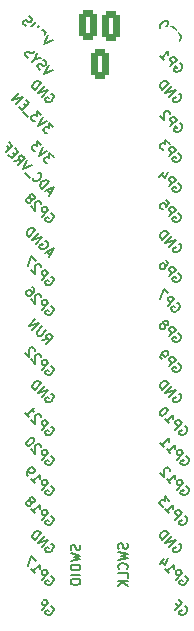
<source format=gbo>
G04 #@! TF.GenerationSoftware,KiCad,Pcbnew,7.0.1*
G04 #@! TF.CreationDate,2024-03-19T15:28:11+08:00*
G04 #@! TF.ProjectId,chupico_openithm,63687570-6963-46f5-9f6f-70656e697468,rev?*
G04 #@! TF.SameCoordinates,Original*
G04 #@! TF.FileFunction,Legend,Bot*
G04 #@! TF.FilePolarity,Positive*
%FSLAX46Y46*%
G04 Gerber Fmt 4.6, Leading zero omitted, Abs format (unit mm)*
G04 Created by KiCad (PCBNEW 7.0.1) date 2024-03-19 15:28:11*
%MOMM*%
%LPD*%
G01*
G04 APERTURE LIST*
G04 Aperture macros list*
%AMRoundRect*
0 Rectangle with rounded corners*
0 $1 Rounding radius*
0 $2 $3 $4 $5 $6 $7 $8 $9 X,Y pos of 4 corners*
0 Add a 4 corners polygon primitive as box body*
4,1,4,$2,$3,$4,$5,$6,$7,$8,$9,$2,$3,0*
0 Add four circle primitives for the rounded corners*
1,1,$1+$1,$2,$3*
1,1,$1+$1,$4,$5*
1,1,$1+$1,$6,$7*
1,1,$1+$1,$8,$9*
0 Add four rect primitives between the rounded corners*
20,1,$1+$1,$2,$3,$4,$5,0*
20,1,$1+$1,$4,$5,$6,$7,0*
20,1,$1+$1,$6,$7,$8,$9,0*
20,1,$1+$1,$8,$9,$2,$3,0*%
G04 Aperture macros list end*
%ADD10C,0.150000*%
%ADD11C,1.400000*%
%ADD12O,1.400000X1.400000*%
%ADD13C,3.200000*%
%ADD14R,1.700000X1.700000*%
%ADD15O,1.700000X1.700000*%
%ADD16RoundRect,0.300000X-0.450000X-0.950000X0.450000X-0.950000X0.450000X0.950000X-0.450000X0.950000X0*%
%ADD17C,2.100000*%
G04 APERTURE END LIST*
D10*
X136006486Y-105074884D02*
X136087298Y-105101821D01*
X136087298Y-105101821D02*
X136168110Y-105182633D01*
X136168110Y-105182633D02*
X136221985Y-105290383D01*
X136221985Y-105290383D02*
X136221985Y-105398132D01*
X136221985Y-105398132D02*
X136195048Y-105478945D01*
X136195048Y-105478945D02*
X136114235Y-105613632D01*
X136114235Y-105613632D02*
X136033423Y-105694444D01*
X136033423Y-105694444D02*
X135898736Y-105775256D01*
X135898736Y-105775256D02*
X135817924Y-105802193D01*
X135817924Y-105802193D02*
X135710174Y-105802193D01*
X135710174Y-105802193D02*
X135602425Y-105748319D01*
X135602425Y-105748319D02*
X135548550Y-105694444D01*
X135548550Y-105694444D02*
X135494675Y-105586694D01*
X135494675Y-105586694D02*
X135494675Y-105532819D01*
X135494675Y-105532819D02*
X135683237Y-105344258D01*
X135683237Y-105344258D02*
X135790987Y-105452007D01*
X135198364Y-105344258D02*
X135764049Y-104778572D01*
X135764049Y-104778572D02*
X135548550Y-104563073D01*
X135548550Y-104563073D02*
X135467738Y-104536136D01*
X135467738Y-104536136D02*
X135413863Y-104536136D01*
X135413863Y-104536136D02*
X135333051Y-104563073D01*
X135333051Y-104563073D02*
X135252239Y-104643885D01*
X135252239Y-104643885D02*
X135225301Y-104724697D01*
X135225301Y-104724697D02*
X135225301Y-104778572D01*
X135225301Y-104778572D02*
X135252239Y-104859384D01*
X135252239Y-104859384D02*
X135467738Y-105074884D01*
X134336367Y-104482261D02*
X134659616Y-104805510D01*
X134497991Y-104643885D02*
X135063677Y-104078200D01*
X135063677Y-104078200D02*
X135036739Y-104212887D01*
X135036739Y-104212887D02*
X135036739Y-104320636D01*
X135036739Y-104320636D02*
X135063677Y-104401448D01*
X134713490Y-103728013D02*
X134336367Y-103350890D01*
X134336367Y-103350890D02*
X134013118Y-104159012D01*
X146818049Y-89592446D02*
X146898861Y-89619384D01*
X146898861Y-89619384D02*
X146979673Y-89700196D01*
X146979673Y-89700196D02*
X147033548Y-89807946D01*
X147033548Y-89807946D02*
X147033548Y-89915695D01*
X147033548Y-89915695D02*
X147006610Y-89996507D01*
X147006610Y-89996507D02*
X146925798Y-90131194D01*
X146925798Y-90131194D02*
X146844986Y-90212007D01*
X146844986Y-90212007D02*
X146710299Y-90292819D01*
X146710299Y-90292819D02*
X146629487Y-90319756D01*
X146629487Y-90319756D02*
X146521737Y-90319756D01*
X146521737Y-90319756D02*
X146413988Y-90265881D01*
X146413988Y-90265881D02*
X146360113Y-90212007D01*
X146360113Y-90212007D02*
X146306238Y-90104257D01*
X146306238Y-90104257D02*
X146306238Y-90050382D01*
X146306238Y-90050382D02*
X146494800Y-89861820D01*
X146494800Y-89861820D02*
X146602549Y-89969570D01*
X146009927Y-89861820D02*
X146575612Y-89296135D01*
X146575612Y-89296135D02*
X145686678Y-89538572D01*
X145686678Y-89538572D02*
X146252363Y-88972886D01*
X145417304Y-89269198D02*
X145982989Y-88703512D01*
X145982989Y-88703512D02*
X145848302Y-88568825D01*
X145848302Y-88568825D02*
X145740553Y-88514950D01*
X145740553Y-88514950D02*
X145632803Y-88514950D01*
X145632803Y-88514950D02*
X145551991Y-88541888D01*
X145551991Y-88541888D02*
X145417304Y-88622700D01*
X145417304Y-88622700D02*
X145336492Y-88703512D01*
X145336492Y-88703512D02*
X145255680Y-88838199D01*
X145255680Y-88838199D02*
X145228742Y-88919011D01*
X145228742Y-88919011D02*
X145228742Y-89026761D01*
X145228742Y-89026761D02*
X145282617Y-89134511D01*
X145282617Y-89134511D02*
X145417304Y-89269198D01*
X146818049Y-76892446D02*
X146898861Y-76919384D01*
X146898861Y-76919384D02*
X146979673Y-77000196D01*
X146979673Y-77000196D02*
X147033548Y-77107946D01*
X147033548Y-77107946D02*
X147033548Y-77215695D01*
X147033548Y-77215695D02*
X147006610Y-77296507D01*
X147006610Y-77296507D02*
X146925798Y-77431194D01*
X146925798Y-77431194D02*
X146844986Y-77512007D01*
X146844986Y-77512007D02*
X146710299Y-77592819D01*
X146710299Y-77592819D02*
X146629487Y-77619756D01*
X146629487Y-77619756D02*
X146521737Y-77619756D01*
X146521737Y-77619756D02*
X146413988Y-77565881D01*
X146413988Y-77565881D02*
X146360113Y-77512007D01*
X146360113Y-77512007D02*
X146306238Y-77404257D01*
X146306238Y-77404257D02*
X146306238Y-77350382D01*
X146306238Y-77350382D02*
X146494800Y-77161820D01*
X146494800Y-77161820D02*
X146602549Y-77269570D01*
X146009927Y-77161820D02*
X146575612Y-76596135D01*
X146575612Y-76596135D02*
X145686678Y-76838572D01*
X145686678Y-76838572D02*
X146252363Y-76272886D01*
X145417304Y-76569198D02*
X145982989Y-76003512D01*
X145982989Y-76003512D02*
X145848302Y-75868825D01*
X145848302Y-75868825D02*
X145740553Y-75814950D01*
X145740553Y-75814950D02*
X145632803Y-75814950D01*
X145632803Y-75814950D02*
X145551991Y-75841888D01*
X145551991Y-75841888D02*
X145417304Y-75922700D01*
X145417304Y-75922700D02*
X145336492Y-76003512D01*
X145336492Y-76003512D02*
X145255680Y-76138199D01*
X145255680Y-76138199D02*
X145228742Y-76219011D01*
X145228742Y-76219011D02*
X145228742Y-76326761D01*
X145228742Y-76326761D02*
X145282617Y-76434511D01*
X145282617Y-76434511D02*
X145417304Y-76569198D01*
X146791111Y-59085509D02*
X146871924Y-59112446D01*
X146871924Y-59112446D02*
X146952736Y-59193259D01*
X146952736Y-59193259D02*
X147006611Y-59301008D01*
X147006611Y-59301008D02*
X147006611Y-59408758D01*
X147006611Y-59408758D02*
X146979673Y-59489570D01*
X146979673Y-59489570D02*
X146898861Y-59624257D01*
X146898861Y-59624257D02*
X146818049Y-59705069D01*
X146818049Y-59705069D02*
X146683362Y-59785882D01*
X146683362Y-59785882D02*
X146602550Y-59812819D01*
X146602550Y-59812819D02*
X146494800Y-59812819D01*
X146494800Y-59812819D02*
X146387050Y-59758944D01*
X146387050Y-59758944D02*
X146333176Y-59705069D01*
X146333176Y-59705069D02*
X146279301Y-59597320D01*
X146279301Y-59597320D02*
X146279301Y-59543445D01*
X146279301Y-59543445D02*
X146467863Y-59354883D01*
X146467863Y-59354883D02*
X146575612Y-59462633D01*
X145982989Y-59354883D02*
X146548675Y-58789198D01*
X146548675Y-58789198D02*
X146333176Y-58573698D01*
X146333176Y-58573698D02*
X146252363Y-58546761D01*
X146252363Y-58546761D02*
X146198489Y-58546761D01*
X146198489Y-58546761D02*
X146117676Y-58573698D01*
X146117676Y-58573698D02*
X146036864Y-58654511D01*
X146036864Y-58654511D02*
X146009927Y-58735323D01*
X146009927Y-58735323D02*
X146009927Y-58789198D01*
X146009927Y-58789198D02*
X146036864Y-58870010D01*
X146036864Y-58870010D02*
X146252363Y-59085509D01*
X145875240Y-58115763D02*
X145821365Y-58061888D01*
X145821365Y-58061888D02*
X145740553Y-58034950D01*
X145740553Y-58034950D02*
X145686678Y-58034950D01*
X145686678Y-58034950D02*
X145605866Y-58061888D01*
X145605866Y-58061888D02*
X145471179Y-58142700D01*
X145471179Y-58142700D02*
X145336492Y-58277387D01*
X145336492Y-58277387D02*
X145255680Y-58412074D01*
X145255680Y-58412074D02*
X145228742Y-58492886D01*
X145228742Y-58492886D02*
X145228742Y-58546761D01*
X145228742Y-58546761D02*
X145255680Y-58627573D01*
X145255680Y-58627573D02*
X145309554Y-58681448D01*
X145309554Y-58681448D02*
X145390367Y-58708385D01*
X145390367Y-58708385D02*
X145444241Y-58708385D01*
X145444241Y-58708385D02*
X145525054Y-58681448D01*
X145525054Y-58681448D02*
X145659741Y-58600636D01*
X145659741Y-58600636D02*
X145794428Y-58465949D01*
X145794428Y-58465949D02*
X145875240Y-58331262D01*
X145875240Y-58331262D02*
X145902177Y-58250450D01*
X145902177Y-58250450D02*
X145902177Y-58196575D01*
X145902177Y-58196575D02*
X145875240Y-58115763D01*
X135952610Y-77835255D02*
X135683236Y-77565881D01*
X135844861Y-78050754D02*
X136221984Y-77296507D01*
X136221984Y-77296507D02*
X135467737Y-77673631D01*
X135521612Y-76650010D02*
X135602424Y-76676947D01*
X135602424Y-76676947D02*
X135683237Y-76757759D01*
X135683237Y-76757759D02*
X135737111Y-76865509D01*
X135737111Y-76865509D02*
X135737111Y-76973259D01*
X135737111Y-76973259D02*
X135710174Y-77054071D01*
X135710174Y-77054071D02*
X135629362Y-77188758D01*
X135629362Y-77188758D02*
X135548550Y-77269570D01*
X135548550Y-77269570D02*
X135413863Y-77350382D01*
X135413863Y-77350382D02*
X135333050Y-77377320D01*
X135333050Y-77377320D02*
X135225301Y-77377320D01*
X135225301Y-77377320D02*
X135117551Y-77323445D01*
X135117551Y-77323445D02*
X135063676Y-77269570D01*
X135063676Y-77269570D02*
X135009802Y-77161820D01*
X135009802Y-77161820D02*
X135009802Y-77107946D01*
X135009802Y-77107946D02*
X135198363Y-76919384D01*
X135198363Y-76919384D02*
X135306113Y-77027133D01*
X134713490Y-76919384D02*
X135279176Y-76353698D01*
X135279176Y-76353698D02*
X134390241Y-76596135D01*
X134390241Y-76596135D02*
X134955927Y-76030450D01*
X134120867Y-76326761D02*
X134686553Y-75761076D01*
X134686553Y-75761076D02*
X134551866Y-75626389D01*
X134551866Y-75626389D02*
X134444116Y-75572514D01*
X134444116Y-75572514D02*
X134336367Y-75572514D01*
X134336367Y-75572514D02*
X134255554Y-75599451D01*
X134255554Y-75599451D02*
X134120867Y-75680264D01*
X134120867Y-75680264D02*
X134040055Y-75761076D01*
X134040055Y-75761076D02*
X133959243Y-75895763D01*
X133959243Y-75895763D02*
X133932306Y-75976575D01*
X133932306Y-75976575D02*
X133932306Y-76084325D01*
X133932306Y-76084325D02*
X133986180Y-76192074D01*
X133986180Y-76192074D02*
X134120867Y-76326761D01*
X146818049Y-102292446D02*
X146898861Y-102319384D01*
X146898861Y-102319384D02*
X146979673Y-102400196D01*
X146979673Y-102400196D02*
X147033548Y-102507946D01*
X147033548Y-102507946D02*
X147033548Y-102615695D01*
X147033548Y-102615695D02*
X147006610Y-102696507D01*
X147006610Y-102696507D02*
X146925798Y-102831194D01*
X146925798Y-102831194D02*
X146844986Y-102912007D01*
X146844986Y-102912007D02*
X146710299Y-102992819D01*
X146710299Y-102992819D02*
X146629487Y-103019756D01*
X146629487Y-103019756D02*
X146521737Y-103019756D01*
X146521737Y-103019756D02*
X146413988Y-102965881D01*
X146413988Y-102965881D02*
X146360113Y-102912007D01*
X146360113Y-102912007D02*
X146306238Y-102804257D01*
X146306238Y-102804257D02*
X146306238Y-102750382D01*
X146306238Y-102750382D02*
X146494800Y-102561820D01*
X146494800Y-102561820D02*
X146602549Y-102669570D01*
X146009927Y-102561820D02*
X146575612Y-101996135D01*
X146575612Y-101996135D02*
X145686678Y-102238572D01*
X145686678Y-102238572D02*
X146252363Y-101672886D01*
X145417304Y-101969198D02*
X145982989Y-101403512D01*
X145982989Y-101403512D02*
X145848302Y-101268825D01*
X145848302Y-101268825D02*
X145740553Y-101214950D01*
X145740553Y-101214950D02*
X145632803Y-101214950D01*
X145632803Y-101214950D02*
X145551991Y-101241888D01*
X145551991Y-101241888D02*
X145417304Y-101322700D01*
X145417304Y-101322700D02*
X145336492Y-101403512D01*
X145336492Y-101403512D02*
X145255680Y-101538199D01*
X145255680Y-101538199D02*
X145228742Y-101619011D01*
X145228742Y-101619011D02*
X145228742Y-101726761D01*
X145228742Y-101726761D02*
X145282617Y-101834511D01*
X145282617Y-101834511D02*
X145417304Y-101969198D01*
X146791111Y-87025509D02*
X146871924Y-87052446D01*
X146871924Y-87052446D02*
X146952736Y-87133259D01*
X146952736Y-87133259D02*
X147006611Y-87241008D01*
X147006611Y-87241008D02*
X147006611Y-87348758D01*
X147006611Y-87348758D02*
X146979673Y-87429570D01*
X146979673Y-87429570D02*
X146898861Y-87564257D01*
X146898861Y-87564257D02*
X146818049Y-87645069D01*
X146818049Y-87645069D02*
X146683362Y-87725882D01*
X146683362Y-87725882D02*
X146602550Y-87752819D01*
X146602550Y-87752819D02*
X146494800Y-87752819D01*
X146494800Y-87752819D02*
X146387050Y-87698944D01*
X146387050Y-87698944D02*
X146333176Y-87645069D01*
X146333176Y-87645069D02*
X146279301Y-87537320D01*
X146279301Y-87537320D02*
X146279301Y-87483445D01*
X146279301Y-87483445D02*
X146467863Y-87294883D01*
X146467863Y-87294883D02*
X146575612Y-87402633D01*
X145982989Y-87294883D02*
X146548675Y-86729198D01*
X146548675Y-86729198D02*
X146333176Y-86513698D01*
X146333176Y-86513698D02*
X146252363Y-86486761D01*
X146252363Y-86486761D02*
X146198489Y-86486761D01*
X146198489Y-86486761D02*
X146117676Y-86513698D01*
X146117676Y-86513698D02*
X146036864Y-86594511D01*
X146036864Y-86594511D02*
X146009927Y-86675323D01*
X146009927Y-86675323D02*
X146009927Y-86729198D01*
X146009927Y-86729198D02*
X146036864Y-86810010D01*
X146036864Y-86810010D02*
X146252363Y-87025509D01*
X145390367Y-86702260D02*
X145282617Y-86594511D01*
X145282617Y-86594511D02*
X145255680Y-86513698D01*
X145255680Y-86513698D02*
X145255680Y-86459824D01*
X145255680Y-86459824D02*
X145282617Y-86325137D01*
X145282617Y-86325137D02*
X145363429Y-86190450D01*
X145363429Y-86190450D02*
X145578928Y-85974950D01*
X145578928Y-85974950D02*
X145659741Y-85948013D01*
X145659741Y-85948013D02*
X145713615Y-85948013D01*
X145713615Y-85948013D02*
X145794428Y-85974950D01*
X145794428Y-85974950D02*
X145902177Y-86082700D01*
X145902177Y-86082700D02*
X145929115Y-86163512D01*
X145929115Y-86163512D02*
X145929115Y-86217387D01*
X145929115Y-86217387D02*
X145902177Y-86298199D01*
X145902177Y-86298199D02*
X145767490Y-86432886D01*
X145767490Y-86432886D02*
X145686678Y-86459824D01*
X145686678Y-86459824D02*
X145632803Y-86459824D01*
X145632803Y-86459824D02*
X145551991Y-86432886D01*
X145551991Y-86432886D02*
X145444241Y-86325137D01*
X145444241Y-86325137D02*
X145417304Y-86244324D01*
X145417304Y-86244324D02*
X145417304Y-86190450D01*
X145417304Y-86190450D02*
X145444241Y-86109637D01*
X136151078Y-59621601D02*
X135396831Y-59998724D01*
X135396831Y-59998724D02*
X135773954Y-59244477D01*
X135127457Y-59136728D02*
X135019707Y-59082853D01*
X135019707Y-59082853D02*
X134965832Y-59082853D01*
X134965832Y-59082853D02*
X134885020Y-59109790D01*
X134885020Y-59109790D02*
X134804208Y-59190603D01*
X134804208Y-59190603D02*
X134777271Y-59271415D01*
X134777271Y-59271415D02*
X134777271Y-59325290D01*
X134777271Y-59325290D02*
X134804208Y-59406102D01*
X134804208Y-59406102D02*
X135019707Y-59621601D01*
X135019707Y-59621601D02*
X135585393Y-59055916D01*
X135585393Y-59055916D02*
X135396831Y-58867354D01*
X135396831Y-58867354D02*
X135316019Y-58840416D01*
X135316019Y-58840416D02*
X135262144Y-58840416D01*
X135262144Y-58840416D02*
X135181332Y-58867354D01*
X135181332Y-58867354D02*
X135127457Y-58921229D01*
X135127457Y-58921229D02*
X135100519Y-59002041D01*
X135100519Y-59002041D02*
X135100519Y-59055916D01*
X135100519Y-59055916D02*
X135127457Y-59136728D01*
X135127457Y-59136728D02*
X135316019Y-59325290D01*
X135019707Y-58490230D02*
X134561771Y-58948166D01*
X134561771Y-58948166D02*
X134480959Y-58975103D01*
X134480959Y-58975103D02*
X134427084Y-58975103D01*
X134427084Y-58975103D02*
X134346272Y-58948166D01*
X134346272Y-58948166D02*
X134238523Y-58840416D01*
X134238523Y-58840416D02*
X134211585Y-58759604D01*
X134211585Y-58759604D02*
X134211585Y-58705729D01*
X134211585Y-58705729D02*
X134238523Y-58624917D01*
X134238523Y-58624917D02*
X134696458Y-58166981D01*
X133915274Y-58463293D02*
X133807524Y-58409418D01*
X133807524Y-58409418D02*
X133672837Y-58274731D01*
X133672837Y-58274731D02*
X133645900Y-58193919D01*
X133645900Y-58193919D02*
X133645900Y-58140044D01*
X133645900Y-58140044D02*
X133672837Y-58059232D01*
X133672837Y-58059232D02*
X133726712Y-58005357D01*
X133726712Y-58005357D02*
X133807524Y-57978420D01*
X133807524Y-57978420D02*
X133861399Y-57978420D01*
X133861399Y-57978420D02*
X133942211Y-58005357D01*
X133942211Y-58005357D02*
X134076898Y-58086169D01*
X134076898Y-58086169D02*
X134157711Y-58113107D01*
X134157711Y-58113107D02*
X134211585Y-58113107D01*
X134211585Y-58113107D02*
X134292398Y-58086169D01*
X134292398Y-58086169D02*
X134346272Y-58032294D01*
X134346272Y-58032294D02*
X134373210Y-57951482D01*
X134373210Y-57951482D02*
X134373210Y-57897607D01*
X134373210Y-57897607D02*
X134346272Y-57816795D01*
X134346272Y-57816795D02*
X134211585Y-57682108D01*
X134211585Y-57682108D02*
X134103836Y-57628233D01*
X136006486Y-107614884D02*
X136087298Y-107641821D01*
X136087298Y-107641821D02*
X136168110Y-107722633D01*
X136168110Y-107722633D02*
X136221985Y-107830383D01*
X136221985Y-107830383D02*
X136221985Y-107938132D01*
X136221985Y-107938132D02*
X136195048Y-108018945D01*
X136195048Y-108018945D02*
X136114235Y-108153632D01*
X136114235Y-108153632D02*
X136033423Y-108234444D01*
X136033423Y-108234444D02*
X135898736Y-108315256D01*
X135898736Y-108315256D02*
X135817924Y-108342193D01*
X135817924Y-108342193D02*
X135710174Y-108342193D01*
X135710174Y-108342193D02*
X135602425Y-108288319D01*
X135602425Y-108288319D02*
X135548550Y-108234444D01*
X135548550Y-108234444D02*
X135494675Y-108126694D01*
X135494675Y-108126694D02*
X135494675Y-108072819D01*
X135494675Y-108072819D02*
X135683237Y-107884258D01*
X135683237Y-107884258D02*
X135790987Y-107992007D01*
X135198364Y-107884258D02*
X135764049Y-107318572D01*
X135764049Y-107318572D02*
X135548550Y-107103073D01*
X135548550Y-107103073D02*
X135467738Y-107076136D01*
X135467738Y-107076136D02*
X135413863Y-107076136D01*
X135413863Y-107076136D02*
X135333051Y-107103073D01*
X135333051Y-107103073D02*
X135252239Y-107183885D01*
X135252239Y-107183885D02*
X135225301Y-107264697D01*
X135225301Y-107264697D02*
X135225301Y-107318572D01*
X135225301Y-107318572D02*
X135252239Y-107399384D01*
X135252239Y-107399384D02*
X135467738Y-107614884D01*
X134336367Y-107022261D02*
X134659616Y-107345510D01*
X134497991Y-107183885D02*
X135063677Y-106618200D01*
X135063677Y-106618200D02*
X135036739Y-106752887D01*
X135036739Y-106752887D02*
X135036739Y-106860636D01*
X135036739Y-106860636D02*
X135063677Y-106941448D01*
X134417179Y-105971702D02*
X134524929Y-106079451D01*
X134524929Y-106079451D02*
X134551866Y-106160264D01*
X134551866Y-106160264D02*
X134551866Y-106214138D01*
X134551866Y-106214138D02*
X134524929Y-106348826D01*
X134524929Y-106348826D02*
X134444116Y-106483513D01*
X134444116Y-106483513D02*
X134228617Y-106699012D01*
X134228617Y-106699012D02*
X134147805Y-106725949D01*
X134147805Y-106725949D02*
X134093930Y-106725949D01*
X134093930Y-106725949D02*
X134013118Y-106699012D01*
X134013118Y-106699012D02*
X133905368Y-106591262D01*
X133905368Y-106591262D02*
X133878431Y-106510450D01*
X133878431Y-106510450D02*
X133878431Y-106456575D01*
X133878431Y-106456575D02*
X133905368Y-106375763D01*
X133905368Y-106375763D02*
X134040055Y-106241076D01*
X134040055Y-106241076D02*
X134120868Y-106214138D01*
X134120868Y-106214138D02*
X134174742Y-106214138D01*
X134174742Y-106214138D02*
X134255555Y-106241076D01*
X134255555Y-106241076D02*
X134363304Y-106348826D01*
X134363304Y-106348826D02*
X134390242Y-106429638D01*
X134390242Y-106429638D02*
X134390242Y-106483513D01*
X134390242Y-106483513D02*
X134363304Y-106564325D01*
X147460486Y-94914884D02*
X147541298Y-94941821D01*
X147541298Y-94941821D02*
X147622110Y-95022633D01*
X147622110Y-95022633D02*
X147675985Y-95130383D01*
X147675985Y-95130383D02*
X147675985Y-95238132D01*
X147675985Y-95238132D02*
X147649048Y-95318945D01*
X147649048Y-95318945D02*
X147568235Y-95453632D01*
X147568235Y-95453632D02*
X147487423Y-95534444D01*
X147487423Y-95534444D02*
X147352736Y-95615256D01*
X147352736Y-95615256D02*
X147271924Y-95642193D01*
X147271924Y-95642193D02*
X147164174Y-95642193D01*
X147164174Y-95642193D02*
X147056425Y-95588319D01*
X147056425Y-95588319D02*
X147002550Y-95534444D01*
X147002550Y-95534444D02*
X146948675Y-95426694D01*
X146948675Y-95426694D02*
X146948675Y-95372819D01*
X146948675Y-95372819D02*
X147137237Y-95184258D01*
X147137237Y-95184258D02*
X147244987Y-95292007D01*
X146652364Y-95184258D02*
X147218049Y-94618572D01*
X147218049Y-94618572D02*
X147002550Y-94403073D01*
X147002550Y-94403073D02*
X146921738Y-94376136D01*
X146921738Y-94376136D02*
X146867863Y-94376136D01*
X146867863Y-94376136D02*
X146787051Y-94403073D01*
X146787051Y-94403073D02*
X146706239Y-94483885D01*
X146706239Y-94483885D02*
X146679301Y-94564697D01*
X146679301Y-94564697D02*
X146679301Y-94618572D01*
X146679301Y-94618572D02*
X146706239Y-94699384D01*
X146706239Y-94699384D02*
X146921738Y-94914884D01*
X145790367Y-94322261D02*
X146113616Y-94645510D01*
X145951991Y-94483885D02*
X146517677Y-93918200D01*
X146517677Y-93918200D02*
X146490739Y-94052887D01*
X146490739Y-94052887D02*
X146490739Y-94160636D01*
X146490739Y-94160636D02*
X146517677Y-94241448D01*
X145251619Y-93783513D02*
X145574868Y-94106761D01*
X145413243Y-93945137D02*
X145978929Y-93379451D01*
X145978929Y-93379451D02*
X145951991Y-93514138D01*
X145951991Y-93514138D02*
X145951991Y-93621888D01*
X145951991Y-93621888D02*
X145978929Y-93702700D01*
X146791111Y-79405509D02*
X146871924Y-79432446D01*
X146871924Y-79432446D02*
X146952736Y-79513259D01*
X146952736Y-79513259D02*
X147006611Y-79621008D01*
X147006611Y-79621008D02*
X147006611Y-79728758D01*
X147006611Y-79728758D02*
X146979673Y-79809570D01*
X146979673Y-79809570D02*
X146898861Y-79944257D01*
X146898861Y-79944257D02*
X146818049Y-80025069D01*
X146818049Y-80025069D02*
X146683362Y-80105882D01*
X146683362Y-80105882D02*
X146602550Y-80132819D01*
X146602550Y-80132819D02*
X146494800Y-80132819D01*
X146494800Y-80132819D02*
X146387050Y-80078944D01*
X146387050Y-80078944D02*
X146333176Y-80025069D01*
X146333176Y-80025069D02*
X146279301Y-79917320D01*
X146279301Y-79917320D02*
X146279301Y-79863445D01*
X146279301Y-79863445D02*
X146467863Y-79674883D01*
X146467863Y-79674883D02*
X146575612Y-79782633D01*
X145982989Y-79674883D02*
X146548675Y-79109198D01*
X146548675Y-79109198D02*
X146333176Y-78893698D01*
X146333176Y-78893698D02*
X146252363Y-78866761D01*
X146252363Y-78866761D02*
X146198489Y-78866761D01*
X146198489Y-78866761D02*
X146117676Y-78893698D01*
X146117676Y-78893698D02*
X146036864Y-78974511D01*
X146036864Y-78974511D02*
X146009927Y-79055323D01*
X146009927Y-79055323D02*
X146009927Y-79109198D01*
X146009927Y-79109198D02*
X146036864Y-79190010D01*
X146036864Y-79190010D02*
X146252363Y-79405509D01*
X145740553Y-78301076D02*
X145848302Y-78408825D01*
X145848302Y-78408825D02*
X145875240Y-78489637D01*
X145875240Y-78489637D02*
X145875240Y-78543512D01*
X145875240Y-78543512D02*
X145848302Y-78678199D01*
X145848302Y-78678199D02*
X145767490Y-78812886D01*
X145767490Y-78812886D02*
X145551991Y-79028385D01*
X145551991Y-79028385D02*
X145471179Y-79055323D01*
X145471179Y-79055323D02*
X145417304Y-79055323D01*
X145417304Y-79055323D02*
X145336492Y-79028385D01*
X145336492Y-79028385D02*
X145228742Y-78920636D01*
X145228742Y-78920636D02*
X145201805Y-78839824D01*
X145201805Y-78839824D02*
X145201805Y-78785949D01*
X145201805Y-78785949D02*
X145228742Y-78705137D01*
X145228742Y-78705137D02*
X145363429Y-78570450D01*
X145363429Y-78570450D02*
X145444241Y-78543512D01*
X145444241Y-78543512D02*
X145498116Y-78543512D01*
X145498116Y-78543512D02*
X145578928Y-78570450D01*
X145578928Y-78570450D02*
X145686678Y-78678199D01*
X145686678Y-78678199D02*
X145713615Y-78759011D01*
X145713615Y-78759011D02*
X145713615Y-78812886D01*
X145713615Y-78812886D02*
X145686678Y-78893698D01*
X146818049Y-64192446D02*
X146898861Y-64219384D01*
X146898861Y-64219384D02*
X146979673Y-64300196D01*
X146979673Y-64300196D02*
X147033548Y-64407946D01*
X147033548Y-64407946D02*
X147033548Y-64515695D01*
X147033548Y-64515695D02*
X147006610Y-64596507D01*
X147006610Y-64596507D02*
X146925798Y-64731194D01*
X146925798Y-64731194D02*
X146844986Y-64812007D01*
X146844986Y-64812007D02*
X146710299Y-64892819D01*
X146710299Y-64892819D02*
X146629487Y-64919756D01*
X146629487Y-64919756D02*
X146521737Y-64919756D01*
X146521737Y-64919756D02*
X146413988Y-64865881D01*
X146413988Y-64865881D02*
X146360113Y-64812007D01*
X146360113Y-64812007D02*
X146306238Y-64704257D01*
X146306238Y-64704257D02*
X146306238Y-64650382D01*
X146306238Y-64650382D02*
X146494800Y-64461820D01*
X146494800Y-64461820D02*
X146602549Y-64569570D01*
X146009927Y-64461820D02*
X146575612Y-63896135D01*
X146575612Y-63896135D02*
X145686678Y-64138572D01*
X145686678Y-64138572D02*
X146252363Y-63572886D01*
X145417304Y-63869198D02*
X145982989Y-63303512D01*
X145982989Y-63303512D02*
X145848302Y-63168825D01*
X145848302Y-63168825D02*
X145740553Y-63114950D01*
X145740553Y-63114950D02*
X145632803Y-63114950D01*
X145632803Y-63114950D02*
X145551991Y-63141888D01*
X145551991Y-63141888D02*
X145417304Y-63222700D01*
X145417304Y-63222700D02*
X145336492Y-63303512D01*
X145336492Y-63303512D02*
X145255680Y-63438199D01*
X145255680Y-63438199D02*
X145228742Y-63519011D01*
X145228742Y-63519011D02*
X145228742Y-63626761D01*
X145228742Y-63626761D02*
X145282617Y-63734511D01*
X145282617Y-63734511D02*
X145417304Y-63869198D01*
X136006486Y-97454884D02*
X136087298Y-97481821D01*
X136087298Y-97481821D02*
X136168110Y-97562633D01*
X136168110Y-97562633D02*
X136221985Y-97670383D01*
X136221985Y-97670383D02*
X136221985Y-97778132D01*
X136221985Y-97778132D02*
X136195048Y-97858945D01*
X136195048Y-97858945D02*
X136114235Y-97993632D01*
X136114235Y-97993632D02*
X136033423Y-98074444D01*
X136033423Y-98074444D02*
X135898736Y-98155256D01*
X135898736Y-98155256D02*
X135817924Y-98182193D01*
X135817924Y-98182193D02*
X135710174Y-98182193D01*
X135710174Y-98182193D02*
X135602425Y-98128319D01*
X135602425Y-98128319D02*
X135548550Y-98074444D01*
X135548550Y-98074444D02*
X135494675Y-97966694D01*
X135494675Y-97966694D02*
X135494675Y-97912819D01*
X135494675Y-97912819D02*
X135683237Y-97724258D01*
X135683237Y-97724258D02*
X135790987Y-97832007D01*
X135198364Y-97724258D02*
X135764049Y-97158572D01*
X135764049Y-97158572D02*
X135548550Y-96943073D01*
X135548550Y-96943073D02*
X135467738Y-96916136D01*
X135467738Y-96916136D02*
X135413863Y-96916136D01*
X135413863Y-96916136D02*
X135333051Y-96943073D01*
X135333051Y-96943073D02*
X135252239Y-97023885D01*
X135252239Y-97023885D02*
X135225301Y-97104697D01*
X135225301Y-97104697D02*
X135225301Y-97158572D01*
X135225301Y-97158572D02*
X135252239Y-97239384D01*
X135252239Y-97239384D02*
X135467738Y-97454884D01*
X134336367Y-96862261D02*
X134659616Y-97185510D01*
X134497991Y-97023885D02*
X135063677Y-96458200D01*
X135063677Y-96458200D02*
X135036739Y-96592887D01*
X135036739Y-96592887D02*
X135036739Y-96700636D01*
X135036739Y-96700636D02*
X135063677Y-96781448D01*
X134066993Y-96592887D02*
X133959243Y-96485137D01*
X133959243Y-96485137D02*
X133932306Y-96404325D01*
X133932306Y-96404325D02*
X133932306Y-96350450D01*
X133932306Y-96350450D02*
X133959243Y-96215763D01*
X133959243Y-96215763D02*
X134040055Y-96081076D01*
X134040055Y-96081076D02*
X134255555Y-95865577D01*
X134255555Y-95865577D02*
X134336367Y-95838639D01*
X134336367Y-95838639D02*
X134390242Y-95838639D01*
X134390242Y-95838639D02*
X134471054Y-95865577D01*
X134471054Y-95865577D02*
X134578803Y-95973326D01*
X134578803Y-95973326D02*
X134605741Y-96054138D01*
X134605741Y-96054138D02*
X134605741Y-96108013D01*
X134605741Y-96108013D02*
X134578803Y-96188826D01*
X134578803Y-96188826D02*
X134444116Y-96323513D01*
X134444116Y-96323513D02*
X134363304Y-96350450D01*
X134363304Y-96350450D02*
X134309429Y-96350450D01*
X134309429Y-96350450D02*
X134228617Y-96323513D01*
X134228617Y-96323513D02*
X134120868Y-96215763D01*
X134120868Y-96215763D02*
X134093930Y-96134951D01*
X134093930Y-96134951D02*
X134093930Y-96081076D01*
X134093930Y-96081076D02*
X134120868Y-96000264D01*
X136006486Y-99994884D02*
X136087298Y-100021821D01*
X136087298Y-100021821D02*
X136168110Y-100102633D01*
X136168110Y-100102633D02*
X136221985Y-100210383D01*
X136221985Y-100210383D02*
X136221985Y-100318132D01*
X136221985Y-100318132D02*
X136195048Y-100398945D01*
X136195048Y-100398945D02*
X136114235Y-100533632D01*
X136114235Y-100533632D02*
X136033423Y-100614444D01*
X136033423Y-100614444D02*
X135898736Y-100695256D01*
X135898736Y-100695256D02*
X135817924Y-100722193D01*
X135817924Y-100722193D02*
X135710174Y-100722193D01*
X135710174Y-100722193D02*
X135602425Y-100668319D01*
X135602425Y-100668319D02*
X135548550Y-100614444D01*
X135548550Y-100614444D02*
X135494675Y-100506694D01*
X135494675Y-100506694D02*
X135494675Y-100452819D01*
X135494675Y-100452819D02*
X135683237Y-100264258D01*
X135683237Y-100264258D02*
X135790987Y-100372007D01*
X135198364Y-100264258D02*
X135764049Y-99698572D01*
X135764049Y-99698572D02*
X135548550Y-99483073D01*
X135548550Y-99483073D02*
X135467738Y-99456136D01*
X135467738Y-99456136D02*
X135413863Y-99456136D01*
X135413863Y-99456136D02*
X135333051Y-99483073D01*
X135333051Y-99483073D02*
X135252239Y-99563885D01*
X135252239Y-99563885D02*
X135225301Y-99644697D01*
X135225301Y-99644697D02*
X135225301Y-99698572D01*
X135225301Y-99698572D02*
X135252239Y-99779384D01*
X135252239Y-99779384D02*
X135467738Y-99994884D01*
X134336367Y-99402261D02*
X134659616Y-99725510D01*
X134497991Y-99563885D02*
X135063677Y-98998200D01*
X135063677Y-98998200D02*
X135036739Y-99132887D01*
X135036739Y-99132887D02*
X135036739Y-99240636D01*
X135036739Y-99240636D02*
X135063677Y-99321448D01*
X134336367Y-98755763D02*
X134417179Y-98782700D01*
X134417179Y-98782700D02*
X134471054Y-98782700D01*
X134471054Y-98782700D02*
X134551866Y-98755763D01*
X134551866Y-98755763D02*
X134578803Y-98728826D01*
X134578803Y-98728826D02*
X134605741Y-98648013D01*
X134605741Y-98648013D02*
X134605741Y-98594138D01*
X134605741Y-98594138D02*
X134578803Y-98513326D01*
X134578803Y-98513326D02*
X134471054Y-98405577D01*
X134471054Y-98405577D02*
X134390242Y-98378639D01*
X134390242Y-98378639D02*
X134336367Y-98378639D01*
X134336367Y-98378639D02*
X134255555Y-98405577D01*
X134255555Y-98405577D02*
X134228617Y-98432514D01*
X134228617Y-98432514D02*
X134201680Y-98513326D01*
X134201680Y-98513326D02*
X134201680Y-98567201D01*
X134201680Y-98567201D02*
X134228617Y-98648013D01*
X134228617Y-98648013D02*
X134336367Y-98755763D01*
X134336367Y-98755763D02*
X134363304Y-98836575D01*
X134363304Y-98836575D02*
X134363304Y-98890450D01*
X134363304Y-98890450D02*
X134336367Y-98971262D01*
X134336367Y-98971262D02*
X134228617Y-99079012D01*
X134228617Y-99079012D02*
X134147805Y-99105949D01*
X134147805Y-99105949D02*
X134093930Y-99105949D01*
X134093930Y-99105949D02*
X134013118Y-99079012D01*
X134013118Y-99079012D02*
X133905368Y-98971262D01*
X133905368Y-98971262D02*
X133878431Y-98890450D01*
X133878431Y-98890450D02*
X133878431Y-98836575D01*
X133878431Y-98836575D02*
X133905368Y-98755763D01*
X133905368Y-98755763D02*
X134013118Y-98648013D01*
X134013118Y-98648013D02*
X134093930Y-98621076D01*
X134093930Y-98621076D02*
X134147805Y-98621076D01*
X134147805Y-98621076D02*
X134228617Y-98648013D01*
X138442000Y-102393261D02*
X138480095Y-102507547D01*
X138480095Y-102507547D02*
X138480095Y-102698023D01*
X138480095Y-102698023D02*
X138442000Y-102774214D01*
X138442000Y-102774214D02*
X138403904Y-102812309D01*
X138403904Y-102812309D02*
X138327714Y-102850404D01*
X138327714Y-102850404D02*
X138251523Y-102850404D01*
X138251523Y-102850404D02*
X138175333Y-102812309D01*
X138175333Y-102812309D02*
X138137238Y-102774214D01*
X138137238Y-102774214D02*
X138099142Y-102698023D01*
X138099142Y-102698023D02*
X138061047Y-102545642D01*
X138061047Y-102545642D02*
X138022952Y-102469452D01*
X138022952Y-102469452D02*
X137984857Y-102431357D01*
X137984857Y-102431357D02*
X137908666Y-102393261D01*
X137908666Y-102393261D02*
X137832476Y-102393261D01*
X137832476Y-102393261D02*
X137756285Y-102431357D01*
X137756285Y-102431357D02*
X137718190Y-102469452D01*
X137718190Y-102469452D02*
X137680095Y-102545642D01*
X137680095Y-102545642D02*
X137680095Y-102736119D01*
X137680095Y-102736119D02*
X137718190Y-102850404D01*
X137680095Y-103117071D02*
X138480095Y-103307547D01*
X138480095Y-103307547D02*
X137908666Y-103459928D01*
X137908666Y-103459928D02*
X138480095Y-103612309D01*
X138480095Y-103612309D02*
X137680095Y-103802786D01*
X138480095Y-104107548D02*
X137680095Y-104107548D01*
X137680095Y-104107548D02*
X137680095Y-104298024D01*
X137680095Y-104298024D02*
X137718190Y-104412310D01*
X137718190Y-104412310D02*
X137794380Y-104488500D01*
X137794380Y-104488500D02*
X137870571Y-104526595D01*
X137870571Y-104526595D02*
X138022952Y-104564691D01*
X138022952Y-104564691D02*
X138137238Y-104564691D01*
X138137238Y-104564691D02*
X138289619Y-104526595D01*
X138289619Y-104526595D02*
X138365809Y-104488500D01*
X138365809Y-104488500D02*
X138442000Y-104412310D01*
X138442000Y-104412310D02*
X138480095Y-104298024D01*
X138480095Y-104298024D02*
X138480095Y-104107548D01*
X138480095Y-104907548D02*
X137680095Y-104907548D01*
X137680095Y-105440881D02*
X137680095Y-105593262D01*
X137680095Y-105593262D02*
X137718190Y-105669452D01*
X137718190Y-105669452D02*
X137794380Y-105745643D01*
X137794380Y-105745643D02*
X137946761Y-105783738D01*
X137946761Y-105783738D02*
X138213428Y-105783738D01*
X138213428Y-105783738D02*
X138365809Y-105745643D01*
X138365809Y-105745643D02*
X138442000Y-105669452D01*
X138442000Y-105669452D02*
X138480095Y-105593262D01*
X138480095Y-105593262D02*
X138480095Y-105440881D01*
X138480095Y-105440881D02*
X138442000Y-105364690D01*
X138442000Y-105364690D02*
X138365809Y-105288500D01*
X138365809Y-105288500D02*
X138213428Y-105250404D01*
X138213428Y-105250404D02*
X137946761Y-105250404D01*
X137946761Y-105250404D02*
X137794380Y-105288500D01*
X137794380Y-105288500D02*
X137718190Y-105364690D01*
X137718190Y-105364690D02*
X137680095Y-105440881D01*
X147314486Y-107614884D02*
X147395298Y-107641821D01*
X147395298Y-107641821D02*
X147476110Y-107722633D01*
X147476110Y-107722633D02*
X147529985Y-107830383D01*
X147529985Y-107830383D02*
X147529985Y-107938132D01*
X147529985Y-107938132D02*
X147503048Y-108018945D01*
X147503048Y-108018945D02*
X147422235Y-108153632D01*
X147422235Y-108153632D02*
X147341423Y-108234444D01*
X147341423Y-108234444D02*
X147206736Y-108315256D01*
X147206736Y-108315256D02*
X147125924Y-108342193D01*
X147125924Y-108342193D02*
X147018174Y-108342193D01*
X147018174Y-108342193D02*
X146910425Y-108288319D01*
X146910425Y-108288319D02*
X146856550Y-108234444D01*
X146856550Y-108234444D02*
X146802675Y-108126694D01*
X146802675Y-108126694D02*
X146802675Y-108072819D01*
X146802675Y-108072819D02*
X146991237Y-107884258D01*
X146991237Y-107884258D02*
X147098987Y-107992007D01*
X146506364Y-107884258D02*
X147072049Y-107318572D01*
X147072049Y-107318572D02*
X146856550Y-107103073D01*
X146856550Y-107103073D02*
X146775738Y-107076136D01*
X146775738Y-107076136D02*
X146721863Y-107076136D01*
X146721863Y-107076136D02*
X146641051Y-107103073D01*
X146641051Y-107103073D02*
X146560239Y-107183885D01*
X146560239Y-107183885D02*
X146533301Y-107264697D01*
X146533301Y-107264697D02*
X146533301Y-107318572D01*
X146533301Y-107318572D02*
X146560239Y-107399384D01*
X146560239Y-107399384D02*
X146775738Y-107614884D01*
X145644367Y-107022261D02*
X145967616Y-107345510D01*
X145805991Y-107183885D02*
X146371677Y-106618200D01*
X146371677Y-106618200D02*
X146344739Y-106752887D01*
X146344739Y-106752887D02*
X146344739Y-106860636D01*
X146344739Y-106860636D02*
X146371677Y-106941448D01*
X145698242Y-105944764D02*
X145967616Y-106214138D01*
X145967616Y-106214138D02*
X145725179Y-106510450D01*
X145725179Y-106510450D02*
X145725179Y-106456575D01*
X145725179Y-106456575D02*
X145698242Y-106375763D01*
X145698242Y-106375763D02*
X145563555Y-106241076D01*
X145563555Y-106241076D02*
X145482742Y-106214138D01*
X145482742Y-106214138D02*
X145428868Y-106214138D01*
X145428868Y-106214138D02*
X145348055Y-106241076D01*
X145348055Y-106241076D02*
X145213368Y-106375763D01*
X145213368Y-106375763D02*
X145186431Y-106456575D01*
X145186431Y-106456575D02*
X145186431Y-106510450D01*
X145186431Y-106510450D02*
X145213368Y-106591262D01*
X145213368Y-106591262D02*
X145348055Y-106725949D01*
X145348055Y-106725949D02*
X145428868Y-106752887D01*
X145428868Y-106752887D02*
X145482742Y-106752887D01*
X146891111Y-66705509D02*
X146971924Y-66732446D01*
X146971924Y-66732446D02*
X147052736Y-66813259D01*
X147052736Y-66813259D02*
X147106611Y-66921008D01*
X147106611Y-66921008D02*
X147106611Y-67028758D01*
X147106611Y-67028758D02*
X147079673Y-67109570D01*
X147079673Y-67109570D02*
X146998861Y-67244257D01*
X146998861Y-67244257D02*
X146918049Y-67325069D01*
X146918049Y-67325069D02*
X146783362Y-67405882D01*
X146783362Y-67405882D02*
X146702550Y-67432819D01*
X146702550Y-67432819D02*
X146594800Y-67432819D01*
X146594800Y-67432819D02*
X146487050Y-67378944D01*
X146487050Y-67378944D02*
X146433176Y-67325069D01*
X146433176Y-67325069D02*
X146379301Y-67217320D01*
X146379301Y-67217320D02*
X146379301Y-67163445D01*
X146379301Y-67163445D02*
X146567863Y-66974883D01*
X146567863Y-66974883D02*
X146675612Y-67082633D01*
X146082989Y-66974883D02*
X146648675Y-66409198D01*
X146648675Y-66409198D02*
X146433176Y-66193698D01*
X146433176Y-66193698D02*
X146352363Y-66166761D01*
X146352363Y-66166761D02*
X146298489Y-66166761D01*
X146298489Y-66166761D02*
X146217676Y-66193698D01*
X146217676Y-66193698D02*
X146136864Y-66274511D01*
X146136864Y-66274511D02*
X146109927Y-66355323D01*
X146109927Y-66355323D02*
X146109927Y-66409198D01*
X146109927Y-66409198D02*
X146136864Y-66490010D01*
X146136864Y-66490010D02*
X146352363Y-66705509D01*
X146056052Y-65924324D02*
X146056052Y-65870450D01*
X146056052Y-65870450D02*
X146029115Y-65789637D01*
X146029115Y-65789637D02*
X145894428Y-65654950D01*
X145894428Y-65654950D02*
X145813615Y-65628013D01*
X145813615Y-65628013D02*
X145759741Y-65628013D01*
X145759741Y-65628013D02*
X145678928Y-65654950D01*
X145678928Y-65654950D02*
X145625054Y-65708825D01*
X145625054Y-65708825D02*
X145571179Y-65816575D01*
X145571179Y-65816575D02*
X145571179Y-66463072D01*
X145571179Y-66463072D02*
X145220993Y-66112886D01*
X136018049Y-89592446D02*
X136098861Y-89619384D01*
X136098861Y-89619384D02*
X136179673Y-89700196D01*
X136179673Y-89700196D02*
X136233548Y-89807946D01*
X136233548Y-89807946D02*
X136233548Y-89915695D01*
X136233548Y-89915695D02*
X136206610Y-89996507D01*
X136206610Y-89996507D02*
X136125798Y-90131194D01*
X136125798Y-90131194D02*
X136044986Y-90212007D01*
X136044986Y-90212007D02*
X135910299Y-90292819D01*
X135910299Y-90292819D02*
X135829487Y-90319756D01*
X135829487Y-90319756D02*
X135721737Y-90319756D01*
X135721737Y-90319756D02*
X135613988Y-90265881D01*
X135613988Y-90265881D02*
X135560113Y-90212007D01*
X135560113Y-90212007D02*
X135506238Y-90104257D01*
X135506238Y-90104257D02*
X135506238Y-90050382D01*
X135506238Y-90050382D02*
X135694800Y-89861820D01*
X135694800Y-89861820D02*
X135802549Y-89969570D01*
X135209927Y-89861820D02*
X135775612Y-89296135D01*
X135775612Y-89296135D02*
X134886678Y-89538572D01*
X134886678Y-89538572D02*
X135452363Y-88972886D01*
X134617304Y-89269198D02*
X135182989Y-88703512D01*
X135182989Y-88703512D02*
X135048302Y-88568825D01*
X135048302Y-88568825D02*
X134940553Y-88514950D01*
X134940553Y-88514950D02*
X134832803Y-88514950D01*
X134832803Y-88514950D02*
X134751991Y-88541888D01*
X134751991Y-88541888D02*
X134617304Y-88622700D01*
X134617304Y-88622700D02*
X134536492Y-88703512D01*
X134536492Y-88703512D02*
X134455680Y-88838199D01*
X134455680Y-88838199D02*
X134428742Y-88919011D01*
X134428742Y-88919011D02*
X134428742Y-89026761D01*
X134428742Y-89026761D02*
X134482617Y-89134511D01*
X134482617Y-89134511D02*
X134617304Y-89269198D01*
X136006486Y-87294884D02*
X136087298Y-87321821D01*
X136087298Y-87321821D02*
X136168110Y-87402633D01*
X136168110Y-87402633D02*
X136221985Y-87510383D01*
X136221985Y-87510383D02*
X136221985Y-87618132D01*
X136221985Y-87618132D02*
X136195048Y-87698945D01*
X136195048Y-87698945D02*
X136114235Y-87833632D01*
X136114235Y-87833632D02*
X136033423Y-87914444D01*
X136033423Y-87914444D02*
X135898736Y-87995256D01*
X135898736Y-87995256D02*
X135817924Y-88022193D01*
X135817924Y-88022193D02*
X135710174Y-88022193D01*
X135710174Y-88022193D02*
X135602425Y-87968319D01*
X135602425Y-87968319D02*
X135548550Y-87914444D01*
X135548550Y-87914444D02*
X135494675Y-87806694D01*
X135494675Y-87806694D02*
X135494675Y-87752819D01*
X135494675Y-87752819D02*
X135683237Y-87564258D01*
X135683237Y-87564258D02*
X135790987Y-87672007D01*
X135198364Y-87564258D02*
X135764049Y-86998572D01*
X135764049Y-86998572D02*
X135548550Y-86783073D01*
X135548550Y-86783073D02*
X135467738Y-86756136D01*
X135467738Y-86756136D02*
X135413863Y-86756136D01*
X135413863Y-86756136D02*
X135333051Y-86783073D01*
X135333051Y-86783073D02*
X135252239Y-86863885D01*
X135252239Y-86863885D02*
X135225301Y-86944697D01*
X135225301Y-86944697D02*
X135225301Y-86998572D01*
X135225301Y-86998572D02*
X135252239Y-87079384D01*
X135252239Y-87079384D02*
X135467738Y-87294884D01*
X135171426Y-86513699D02*
X135171426Y-86459824D01*
X135171426Y-86459824D02*
X135144489Y-86379012D01*
X135144489Y-86379012D02*
X135009802Y-86244325D01*
X135009802Y-86244325D02*
X134928990Y-86217387D01*
X134928990Y-86217387D02*
X134875115Y-86217387D01*
X134875115Y-86217387D02*
X134794303Y-86244325D01*
X134794303Y-86244325D02*
X134740428Y-86298200D01*
X134740428Y-86298200D02*
X134686553Y-86405949D01*
X134686553Y-86405949D02*
X134686553Y-87052447D01*
X134686553Y-87052447D02*
X134336367Y-86702261D01*
X134632678Y-85974951D02*
X134632678Y-85921076D01*
X134632678Y-85921076D02*
X134605741Y-85840264D01*
X134605741Y-85840264D02*
X134471054Y-85705577D01*
X134471054Y-85705577D02*
X134390242Y-85678639D01*
X134390242Y-85678639D02*
X134336367Y-85678639D01*
X134336367Y-85678639D02*
X134255555Y-85705577D01*
X134255555Y-85705577D02*
X134201680Y-85759451D01*
X134201680Y-85759451D02*
X134147805Y-85867201D01*
X134147805Y-85867201D02*
X134147805Y-86513699D01*
X134147805Y-86513699D02*
X133797619Y-86163513D01*
X136214361Y-69584883D02*
X135864174Y-69234697D01*
X135864174Y-69234697D02*
X135837237Y-69638758D01*
X135837237Y-69638758D02*
X135756425Y-69557946D01*
X135756425Y-69557946D02*
X135675613Y-69531009D01*
X135675613Y-69531009D02*
X135621738Y-69531009D01*
X135621738Y-69531009D02*
X135540926Y-69557946D01*
X135540926Y-69557946D02*
X135406239Y-69692633D01*
X135406239Y-69692633D02*
X135379301Y-69773445D01*
X135379301Y-69773445D02*
X135379301Y-69827320D01*
X135379301Y-69827320D02*
X135406239Y-69908132D01*
X135406239Y-69908132D02*
X135567863Y-70069757D01*
X135567863Y-70069757D02*
X135648675Y-70096694D01*
X135648675Y-70096694D02*
X135702550Y-70096694D01*
X135702550Y-69073073D02*
X134948303Y-69450196D01*
X134948303Y-69450196D02*
X135325426Y-68695949D01*
X135190739Y-68561262D02*
X134840553Y-68211076D01*
X134840553Y-68211076D02*
X134813616Y-68615137D01*
X134813616Y-68615137D02*
X134732804Y-68534325D01*
X134732804Y-68534325D02*
X134651991Y-68507387D01*
X134651991Y-68507387D02*
X134598117Y-68507387D01*
X134598117Y-68507387D02*
X134517304Y-68534325D01*
X134517304Y-68534325D02*
X134382617Y-68669012D01*
X134382617Y-68669012D02*
X134355680Y-68749824D01*
X134355680Y-68749824D02*
X134355680Y-68803699D01*
X134355680Y-68803699D02*
X134382617Y-68884511D01*
X134382617Y-68884511D02*
X134544242Y-69046135D01*
X134544242Y-69046135D02*
X134625054Y-69073073D01*
X134625054Y-69073073D02*
X134678929Y-69073073D01*
X136182076Y-67052599D02*
X135831890Y-66702413D01*
X135831890Y-66702413D02*
X135804953Y-67106474D01*
X135804953Y-67106474D02*
X135724140Y-67025662D01*
X135724140Y-67025662D02*
X135643328Y-66998724D01*
X135643328Y-66998724D02*
X135589453Y-66998724D01*
X135589453Y-66998724D02*
X135508641Y-67025662D01*
X135508641Y-67025662D02*
X135373954Y-67160349D01*
X135373954Y-67160349D02*
X135347017Y-67241161D01*
X135347017Y-67241161D02*
X135347017Y-67295036D01*
X135347017Y-67295036D02*
X135373954Y-67375848D01*
X135373954Y-67375848D02*
X135535579Y-67537472D01*
X135535579Y-67537472D02*
X135616391Y-67564410D01*
X135616391Y-67564410D02*
X135670266Y-67564410D01*
X135670266Y-66540788D02*
X134916018Y-66917912D01*
X134916018Y-66917912D02*
X135293142Y-66163665D01*
X135158455Y-66028978D02*
X134808269Y-65678792D01*
X134808269Y-65678792D02*
X134781331Y-66082853D01*
X134781331Y-66082853D02*
X134700519Y-66002041D01*
X134700519Y-66002041D02*
X134619707Y-65975103D01*
X134619707Y-65975103D02*
X134565832Y-65975103D01*
X134565832Y-65975103D02*
X134485020Y-66002041D01*
X134485020Y-66002041D02*
X134350333Y-66136728D01*
X134350333Y-66136728D02*
X134323396Y-66217540D01*
X134323396Y-66217540D02*
X134323396Y-66271415D01*
X134323396Y-66271415D02*
X134350333Y-66352227D01*
X134350333Y-66352227D02*
X134511957Y-66513851D01*
X134511957Y-66513851D02*
X134592770Y-66540789D01*
X134592770Y-66540789D02*
X134646644Y-66540789D01*
X134080959Y-66190602D02*
X133649960Y-65759604D01*
X133865460Y-65274730D02*
X133676898Y-65086169D01*
X133299774Y-65301668D02*
X133569148Y-65571042D01*
X133569148Y-65571042D02*
X134134834Y-65005356D01*
X134134834Y-65005356D02*
X133865460Y-64735982D01*
X133057337Y-65059231D02*
X133623023Y-64493545D01*
X133623023Y-64493545D02*
X132734088Y-64735982D01*
X132734088Y-64735982D02*
X133299774Y-64170297D01*
X147314486Y-92374884D02*
X147395298Y-92401821D01*
X147395298Y-92401821D02*
X147476110Y-92482633D01*
X147476110Y-92482633D02*
X147529985Y-92590383D01*
X147529985Y-92590383D02*
X147529985Y-92698132D01*
X147529985Y-92698132D02*
X147503048Y-92778945D01*
X147503048Y-92778945D02*
X147422235Y-92913632D01*
X147422235Y-92913632D02*
X147341423Y-92994444D01*
X147341423Y-92994444D02*
X147206736Y-93075256D01*
X147206736Y-93075256D02*
X147125924Y-93102193D01*
X147125924Y-93102193D02*
X147018174Y-93102193D01*
X147018174Y-93102193D02*
X146910425Y-93048319D01*
X146910425Y-93048319D02*
X146856550Y-92994444D01*
X146856550Y-92994444D02*
X146802675Y-92886694D01*
X146802675Y-92886694D02*
X146802675Y-92832819D01*
X146802675Y-92832819D02*
X146991237Y-92644258D01*
X146991237Y-92644258D02*
X147098987Y-92752007D01*
X146506364Y-92644258D02*
X147072049Y-92078572D01*
X147072049Y-92078572D02*
X146856550Y-91863073D01*
X146856550Y-91863073D02*
X146775738Y-91836136D01*
X146775738Y-91836136D02*
X146721863Y-91836136D01*
X146721863Y-91836136D02*
X146641051Y-91863073D01*
X146641051Y-91863073D02*
X146560239Y-91943885D01*
X146560239Y-91943885D02*
X146533301Y-92024697D01*
X146533301Y-92024697D02*
X146533301Y-92078572D01*
X146533301Y-92078572D02*
X146560239Y-92159384D01*
X146560239Y-92159384D02*
X146775738Y-92374884D01*
X145644367Y-91782261D02*
X145967616Y-92105510D01*
X145805991Y-91943885D02*
X146371677Y-91378200D01*
X146371677Y-91378200D02*
X146344739Y-91512887D01*
X146344739Y-91512887D02*
X146344739Y-91620636D01*
X146344739Y-91620636D02*
X146371677Y-91701448D01*
X145859866Y-90866389D02*
X145805991Y-90812514D01*
X145805991Y-90812514D02*
X145725179Y-90785577D01*
X145725179Y-90785577D02*
X145671304Y-90785577D01*
X145671304Y-90785577D02*
X145590492Y-90812514D01*
X145590492Y-90812514D02*
X145455805Y-90893326D01*
X145455805Y-90893326D02*
X145321118Y-91028013D01*
X145321118Y-91028013D02*
X145240306Y-91162700D01*
X145240306Y-91162700D02*
X145213368Y-91243513D01*
X145213368Y-91243513D02*
X145213368Y-91297387D01*
X145213368Y-91297387D02*
X145240306Y-91378200D01*
X145240306Y-91378200D02*
X145294181Y-91432074D01*
X145294181Y-91432074D02*
X145374993Y-91459012D01*
X145374993Y-91459012D02*
X145428868Y-91459012D01*
X145428868Y-91459012D02*
X145509680Y-91432074D01*
X145509680Y-91432074D02*
X145644367Y-91351262D01*
X145644367Y-91351262D02*
X145779054Y-91216575D01*
X145779054Y-91216575D02*
X145859866Y-91081888D01*
X145859866Y-91081888D02*
X145886803Y-91001076D01*
X145886803Y-91001076D02*
X145886803Y-90947201D01*
X145886803Y-90947201D02*
X145859866Y-90866389D01*
X135265832Y-85037726D02*
X135723768Y-84956914D01*
X135589081Y-85360975D02*
X136154766Y-84795289D01*
X136154766Y-84795289D02*
X135939267Y-84579790D01*
X135939267Y-84579790D02*
X135858455Y-84552853D01*
X135858455Y-84552853D02*
X135804580Y-84552853D01*
X135804580Y-84552853D02*
X135723768Y-84579790D01*
X135723768Y-84579790D02*
X135642956Y-84660602D01*
X135642956Y-84660602D02*
X135616018Y-84741414D01*
X135616018Y-84741414D02*
X135616018Y-84795289D01*
X135616018Y-84795289D02*
X135642956Y-84876101D01*
X135642956Y-84876101D02*
X135858455Y-85091601D01*
X135589081Y-84229604D02*
X135131145Y-84687540D01*
X135131145Y-84687540D02*
X135050333Y-84714477D01*
X135050333Y-84714477D02*
X134996458Y-84714477D01*
X134996458Y-84714477D02*
X134915646Y-84687540D01*
X134915646Y-84687540D02*
X134807896Y-84579790D01*
X134807896Y-84579790D02*
X134780959Y-84498978D01*
X134780959Y-84498978D02*
X134780959Y-84445103D01*
X134780959Y-84445103D02*
X134807896Y-84364291D01*
X134807896Y-84364291D02*
X135265832Y-83906355D01*
X134430773Y-84202667D02*
X134996458Y-83636981D01*
X134996458Y-83636981D02*
X134107524Y-83879418D01*
X134107524Y-83879418D02*
X134673210Y-83313732D01*
X146791111Y-71785509D02*
X146871924Y-71812446D01*
X146871924Y-71812446D02*
X146952736Y-71893259D01*
X146952736Y-71893259D02*
X147006611Y-72001008D01*
X147006611Y-72001008D02*
X147006611Y-72108758D01*
X147006611Y-72108758D02*
X146979673Y-72189570D01*
X146979673Y-72189570D02*
X146898861Y-72324257D01*
X146898861Y-72324257D02*
X146818049Y-72405069D01*
X146818049Y-72405069D02*
X146683362Y-72485882D01*
X146683362Y-72485882D02*
X146602550Y-72512819D01*
X146602550Y-72512819D02*
X146494800Y-72512819D01*
X146494800Y-72512819D02*
X146387050Y-72458944D01*
X146387050Y-72458944D02*
X146333176Y-72405069D01*
X146333176Y-72405069D02*
X146279301Y-72297320D01*
X146279301Y-72297320D02*
X146279301Y-72243445D01*
X146279301Y-72243445D02*
X146467863Y-72054883D01*
X146467863Y-72054883D02*
X146575612Y-72162633D01*
X145982989Y-72054883D02*
X146548675Y-71489198D01*
X146548675Y-71489198D02*
X146333176Y-71273698D01*
X146333176Y-71273698D02*
X146252363Y-71246761D01*
X146252363Y-71246761D02*
X146198489Y-71246761D01*
X146198489Y-71246761D02*
X146117676Y-71273698D01*
X146117676Y-71273698D02*
X146036864Y-71354511D01*
X146036864Y-71354511D02*
X146009927Y-71435323D01*
X146009927Y-71435323D02*
X146009927Y-71489198D01*
X146009927Y-71489198D02*
X146036864Y-71570010D01*
X146036864Y-71570010D02*
X146252363Y-71785509D01*
X145551991Y-70869637D02*
X145174867Y-71246761D01*
X145902177Y-70788825D02*
X145632803Y-71327573D01*
X145632803Y-71327573D02*
X145282617Y-70977387D01*
X136006486Y-92384884D02*
X136087298Y-92411821D01*
X136087298Y-92411821D02*
X136168110Y-92492633D01*
X136168110Y-92492633D02*
X136221985Y-92600383D01*
X136221985Y-92600383D02*
X136221985Y-92708132D01*
X136221985Y-92708132D02*
X136195048Y-92788945D01*
X136195048Y-92788945D02*
X136114235Y-92923632D01*
X136114235Y-92923632D02*
X136033423Y-93004444D01*
X136033423Y-93004444D02*
X135898736Y-93085256D01*
X135898736Y-93085256D02*
X135817924Y-93112193D01*
X135817924Y-93112193D02*
X135710174Y-93112193D01*
X135710174Y-93112193D02*
X135602425Y-93058319D01*
X135602425Y-93058319D02*
X135548550Y-93004444D01*
X135548550Y-93004444D02*
X135494675Y-92896694D01*
X135494675Y-92896694D02*
X135494675Y-92842819D01*
X135494675Y-92842819D02*
X135683237Y-92654258D01*
X135683237Y-92654258D02*
X135790987Y-92762007D01*
X135198364Y-92654258D02*
X135764049Y-92088572D01*
X135764049Y-92088572D02*
X135548550Y-91873073D01*
X135548550Y-91873073D02*
X135467738Y-91846136D01*
X135467738Y-91846136D02*
X135413863Y-91846136D01*
X135413863Y-91846136D02*
X135333051Y-91873073D01*
X135333051Y-91873073D02*
X135252239Y-91953885D01*
X135252239Y-91953885D02*
X135225301Y-92034697D01*
X135225301Y-92034697D02*
X135225301Y-92088572D01*
X135225301Y-92088572D02*
X135252239Y-92169384D01*
X135252239Y-92169384D02*
X135467738Y-92384884D01*
X135171426Y-91603699D02*
X135171426Y-91549824D01*
X135171426Y-91549824D02*
X135144489Y-91469012D01*
X135144489Y-91469012D02*
X135009802Y-91334325D01*
X135009802Y-91334325D02*
X134928990Y-91307387D01*
X134928990Y-91307387D02*
X134875115Y-91307387D01*
X134875115Y-91307387D02*
X134794303Y-91334325D01*
X134794303Y-91334325D02*
X134740428Y-91388200D01*
X134740428Y-91388200D02*
X134686553Y-91495949D01*
X134686553Y-91495949D02*
X134686553Y-92142447D01*
X134686553Y-92142447D02*
X134336367Y-91792261D01*
X133797619Y-91253513D02*
X134120868Y-91576761D01*
X133959243Y-91415137D02*
X134524929Y-90849451D01*
X134524929Y-90849451D02*
X134497991Y-90984138D01*
X134497991Y-90984138D02*
X134497991Y-91091888D01*
X134497991Y-91091888D02*
X134524929Y-91172700D01*
X146691111Y-81915509D02*
X146771924Y-81942446D01*
X146771924Y-81942446D02*
X146852736Y-82023259D01*
X146852736Y-82023259D02*
X146906611Y-82131008D01*
X146906611Y-82131008D02*
X146906611Y-82238758D01*
X146906611Y-82238758D02*
X146879673Y-82319570D01*
X146879673Y-82319570D02*
X146798861Y-82454257D01*
X146798861Y-82454257D02*
X146718049Y-82535069D01*
X146718049Y-82535069D02*
X146583362Y-82615882D01*
X146583362Y-82615882D02*
X146502550Y-82642819D01*
X146502550Y-82642819D02*
X146394800Y-82642819D01*
X146394800Y-82642819D02*
X146287050Y-82588944D01*
X146287050Y-82588944D02*
X146233176Y-82535069D01*
X146233176Y-82535069D02*
X146179301Y-82427320D01*
X146179301Y-82427320D02*
X146179301Y-82373445D01*
X146179301Y-82373445D02*
X146367863Y-82184883D01*
X146367863Y-82184883D02*
X146475612Y-82292633D01*
X145882989Y-82184883D02*
X146448675Y-81619198D01*
X146448675Y-81619198D02*
X146233176Y-81403698D01*
X146233176Y-81403698D02*
X146152363Y-81376761D01*
X146152363Y-81376761D02*
X146098489Y-81376761D01*
X146098489Y-81376761D02*
X146017676Y-81403698D01*
X146017676Y-81403698D02*
X145936864Y-81484511D01*
X145936864Y-81484511D02*
X145909927Y-81565323D01*
X145909927Y-81565323D02*
X145909927Y-81619198D01*
X145909927Y-81619198D02*
X145936864Y-81700010D01*
X145936864Y-81700010D02*
X146152363Y-81915509D01*
X145936864Y-81107387D02*
X145559741Y-80730263D01*
X145559741Y-80730263D02*
X145236492Y-81538385D01*
X136006486Y-94914884D02*
X136087298Y-94941821D01*
X136087298Y-94941821D02*
X136168110Y-95022633D01*
X136168110Y-95022633D02*
X136221985Y-95130383D01*
X136221985Y-95130383D02*
X136221985Y-95238132D01*
X136221985Y-95238132D02*
X136195048Y-95318945D01*
X136195048Y-95318945D02*
X136114235Y-95453632D01*
X136114235Y-95453632D02*
X136033423Y-95534444D01*
X136033423Y-95534444D02*
X135898736Y-95615256D01*
X135898736Y-95615256D02*
X135817924Y-95642193D01*
X135817924Y-95642193D02*
X135710174Y-95642193D01*
X135710174Y-95642193D02*
X135602425Y-95588319D01*
X135602425Y-95588319D02*
X135548550Y-95534444D01*
X135548550Y-95534444D02*
X135494675Y-95426694D01*
X135494675Y-95426694D02*
X135494675Y-95372819D01*
X135494675Y-95372819D02*
X135683237Y-95184258D01*
X135683237Y-95184258D02*
X135790987Y-95292007D01*
X135198364Y-95184258D02*
X135764049Y-94618572D01*
X135764049Y-94618572D02*
X135548550Y-94403073D01*
X135548550Y-94403073D02*
X135467738Y-94376136D01*
X135467738Y-94376136D02*
X135413863Y-94376136D01*
X135413863Y-94376136D02*
X135333051Y-94403073D01*
X135333051Y-94403073D02*
X135252239Y-94483885D01*
X135252239Y-94483885D02*
X135225301Y-94564697D01*
X135225301Y-94564697D02*
X135225301Y-94618572D01*
X135225301Y-94618572D02*
X135252239Y-94699384D01*
X135252239Y-94699384D02*
X135467738Y-94914884D01*
X135171426Y-94133699D02*
X135171426Y-94079824D01*
X135171426Y-94079824D02*
X135144489Y-93999012D01*
X135144489Y-93999012D02*
X135009802Y-93864325D01*
X135009802Y-93864325D02*
X134928990Y-93837387D01*
X134928990Y-93837387D02*
X134875115Y-93837387D01*
X134875115Y-93837387D02*
X134794303Y-93864325D01*
X134794303Y-93864325D02*
X134740428Y-93918200D01*
X134740428Y-93918200D02*
X134686553Y-94025949D01*
X134686553Y-94025949D02*
X134686553Y-94672447D01*
X134686553Y-94672447D02*
X134336367Y-94322261D01*
X134551866Y-93406389D02*
X134497991Y-93352514D01*
X134497991Y-93352514D02*
X134417179Y-93325577D01*
X134417179Y-93325577D02*
X134363304Y-93325577D01*
X134363304Y-93325577D02*
X134282492Y-93352514D01*
X134282492Y-93352514D02*
X134147805Y-93433326D01*
X134147805Y-93433326D02*
X134013118Y-93568013D01*
X134013118Y-93568013D02*
X133932306Y-93702700D01*
X133932306Y-93702700D02*
X133905368Y-93783513D01*
X133905368Y-93783513D02*
X133905368Y-93837387D01*
X133905368Y-93837387D02*
X133932306Y-93918200D01*
X133932306Y-93918200D02*
X133986181Y-93972074D01*
X133986181Y-93972074D02*
X134066993Y-93999012D01*
X134066993Y-93999012D02*
X134120868Y-93999012D01*
X134120868Y-93999012D02*
X134201680Y-93972074D01*
X134201680Y-93972074D02*
X134336367Y-93891262D01*
X134336367Y-93891262D02*
X134471054Y-93756575D01*
X134471054Y-93756575D02*
X134551866Y-93621888D01*
X134551866Y-93621888D02*
X134578803Y-93541076D01*
X134578803Y-93541076D02*
X134578803Y-93487201D01*
X134578803Y-93487201D02*
X134551866Y-93406389D01*
X147314486Y-99994884D02*
X147395298Y-100021821D01*
X147395298Y-100021821D02*
X147476110Y-100102633D01*
X147476110Y-100102633D02*
X147529985Y-100210383D01*
X147529985Y-100210383D02*
X147529985Y-100318132D01*
X147529985Y-100318132D02*
X147503048Y-100398945D01*
X147503048Y-100398945D02*
X147422235Y-100533632D01*
X147422235Y-100533632D02*
X147341423Y-100614444D01*
X147341423Y-100614444D02*
X147206736Y-100695256D01*
X147206736Y-100695256D02*
X147125924Y-100722193D01*
X147125924Y-100722193D02*
X147018174Y-100722193D01*
X147018174Y-100722193D02*
X146910425Y-100668319D01*
X146910425Y-100668319D02*
X146856550Y-100614444D01*
X146856550Y-100614444D02*
X146802675Y-100506694D01*
X146802675Y-100506694D02*
X146802675Y-100452819D01*
X146802675Y-100452819D02*
X146991237Y-100264258D01*
X146991237Y-100264258D02*
X147098987Y-100372007D01*
X146506364Y-100264258D02*
X147072049Y-99698572D01*
X147072049Y-99698572D02*
X146856550Y-99483073D01*
X146856550Y-99483073D02*
X146775738Y-99456136D01*
X146775738Y-99456136D02*
X146721863Y-99456136D01*
X146721863Y-99456136D02*
X146641051Y-99483073D01*
X146641051Y-99483073D02*
X146560239Y-99563885D01*
X146560239Y-99563885D02*
X146533301Y-99644697D01*
X146533301Y-99644697D02*
X146533301Y-99698572D01*
X146533301Y-99698572D02*
X146560239Y-99779384D01*
X146560239Y-99779384D02*
X146775738Y-99994884D01*
X145644367Y-99402261D02*
X145967616Y-99725510D01*
X145805991Y-99563885D02*
X146371677Y-98998200D01*
X146371677Y-98998200D02*
X146344739Y-99132887D01*
X146344739Y-99132887D02*
X146344739Y-99240636D01*
X146344739Y-99240636D02*
X146371677Y-99321448D01*
X146021490Y-98648013D02*
X145671304Y-98297827D01*
X145671304Y-98297827D02*
X145644367Y-98701888D01*
X145644367Y-98701888D02*
X145563555Y-98621076D01*
X145563555Y-98621076D02*
X145482742Y-98594138D01*
X145482742Y-98594138D02*
X145428868Y-98594138D01*
X145428868Y-98594138D02*
X145348055Y-98621076D01*
X145348055Y-98621076D02*
X145213368Y-98755763D01*
X145213368Y-98755763D02*
X145186431Y-98836575D01*
X145186431Y-98836575D02*
X145186431Y-98890450D01*
X145186431Y-98890450D02*
X145213368Y-98971262D01*
X145213368Y-98971262D02*
X145374993Y-99132887D01*
X145374993Y-99132887D02*
X145455805Y-99159824D01*
X145455805Y-99159824D02*
X145509680Y-99159824D01*
X136006486Y-79684884D02*
X136087298Y-79711821D01*
X136087298Y-79711821D02*
X136168110Y-79792633D01*
X136168110Y-79792633D02*
X136221985Y-79900383D01*
X136221985Y-79900383D02*
X136221985Y-80008132D01*
X136221985Y-80008132D02*
X136195048Y-80088945D01*
X136195048Y-80088945D02*
X136114235Y-80223632D01*
X136114235Y-80223632D02*
X136033423Y-80304444D01*
X136033423Y-80304444D02*
X135898736Y-80385256D01*
X135898736Y-80385256D02*
X135817924Y-80412193D01*
X135817924Y-80412193D02*
X135710174Y-80412193D01*
X135710174Y-80412193D02*
X135602425Y-80358319D01*
X135602425Y-80358319D02*
X135548550Y-80304444D01*
X135548550Y-80304444D02*
X135494675Y-80196694D01*
X135494675Y-80196694D02*
X135494675Y-80142819D01*
X135494675Y-80142819D02*
X135683237Y-79954258D01*
X135683237Y-79954258D02*
X135790987Y-80062007D01*
X135198364Y-79954258D02*
X135764049Y-79388572D01*
X135764049Y-79388572D02*
X135548550Y-79173073D01*
X135548550Y-79173073D02*
X135467738Y-79146136D01*
X135467738Y-79146136D02*
X135413863Y-79146136D01*
X135413863Y-79146136D02*
X135333051Y-79173073D01*
X135333051Y-79173073D02*
X135252239Y-79253885D01*
X135252239Y-79253885D02*
X135225301Y-79334697D01*
X135225301Y-79334697D02*
X135225301Y-79388572D01*
X135225301Y-79388572D02*
X135252239Y-79469384D01*
X135252239Y-79469384D02*
X135467738Y-79684884D01*
X135171426Y-78903699D02*
X135171426Y-78849824D01*
X135171426Y-78849824D02*
X135144489Y-78769012D01*
X135144489Y-78769012D02*
X135009802Y-78634325D01*
X135009802Y-78634325D02*
X134928990Y-78607387D01*
X134928990Y-78607387D02*
X134875115Y-78607387D01*
X134875115Y-78607387D02*
X134794303Y-78634325D01*
X134794303Y-78634325D02*
X134740428Y-78688200D01*
X134740428Y-78688200D02*
X134686553Y-78795949D01*
X134686553Y-78795949D02*
X134686553Y-79442447D01*
X134686553Y-79442447D02*
X134336367Y-79092261D01*
X134713490Y-78338013D02*
X134336367Y-77960890D01*
X134336367Y-77960890D02*
X134013118Y-78769012D01*
X146791111Y-74325509D02*
X146871924Y-74352446D01*
X146871924Y-74352446D02*
X146952736Y-74433259D01*
X146952736Y-74433259D02*
X147006611Y-74541008D01*
X147006611Y-74541008D02*
X147006611Y-74648758D01*
X147006611Y-74648758D02*
X146979673Y-74729570D01*
X146979673Y-74729570D02*
X146898861Y-74864257D01*
X146898861Y-74864257D02*
X146818049Y-74945069D01*
X146818049Y-74945069D02*
X146683362Y-75025882D01*
X146683362Y-75025882D02*
X146602550Y-75052819D01*
X146602550Y-75052819D02*
X146494800Y-75052819D01*
X146494800Y-75052819D02*
X146387050Y-74998944D01*
X146387050Y-74998944D02*
X146333176Y-74945069D01*
X146333176Y-74945069D02*
X146279301Y-74837320D01*
X146279301Y-74837320D02*
X146279301Y-74783445D01*
X146279301Y-74783445D02*
X146467863Y-74594883D01*
X146467863Y-74594883D02*
X146575612Y-74702633D01*
X145982989Y-74594883D02*
X146548675Y-74029198D01*
X146548675Y-74029198D02*
X146333176Y-73813698D01*
X146333176Y-73813698D02*
X146252363Y-73786761D01*
X146252363Y-73786761D02*
X146198489Y-73786761D01*
X146198489Y-73786761D02*
X146117676Y-73813698D01*
X146117676Y-73813698D02*
X146036864Y-73894511D01*
X146036864Y-73894511D02*
X146009927Y-73975323D01*
X146009927Y-73975323D02*
X146009927Y-74029198D01*
X146009927Y-74029198D02*
X146036864Y-74110010D01*
X146036864Y-74110010D02*
X146252363Y-74325509D01*
X145713615Y-73194138D02*
X145982989Y-73463512D01*
X145982989Y-73463512D02*
X145740553Y-73759824D01*
X145740553Y-73759824D02*
X145740553Y-73705949D01*
X145740553Y-73705949D02*
X145713615Y-73625137D01*
X145713615Y-73625137D02*
X145578928Y-73490450D01*
X145578928Y-73490450D02*
X145498116Y-73463512D01*
X145498116Y-73463512D02*
X145444241Y-73463512D01*
X145444241Y-73463512D02*
X145363429Y-73490450D01*
X145363429Y-73490450D02*
X145228742Y-73625137D01*
X145228742Y-73625137D02*
X145201805Y-73705949D01*
X145201805Y-73705949D02*
X145201805Y-73759824D01*
X145201805Y-73759824D02*
X145228742Y-73840636D01*
X145228742Y-73840636D02*
X145363429Y-73975323D01*
X145363429Y-73975323D02*
X145444241Y-74002260D01*
X145444241Y-74002260D02*
X145498116Y-74002260D01*
X136183734Y-62164257D02*
X135429487Y-62541381D01*
X135429487Y-62541381D02*
X135806611Y-61787134D01*
X135106239Y-62164258D02*
X134998489Y-62110383D01*
X134998489Y-62110383D02*
X134863802Y-61975696D01*
X134863802Y-61975696D02*
X134836865Y-61894884D01*
X134836865Y-61894884D02*
X134836865Y-61841009D01*
X134836865Y-61841009D02*
X134863802Y-61760197D01*
X134863802Y-61760197D02*
X134917677Y-61706322D01*
X134917677Y-61706322D02*
X134998489Y-61679384D01*
X134998489Y-61679384D02*
X135052364Y-61679384D01*
X135052364Y-61679384D02*
X135133176Y-61706322D01*
X135133176Y-61706322D02*
X135267863Y-61787134D01*
X135267863Y-61787134D02*
X135348675Y-61814071D01*
X135348675Y-61814071D02*
X135402550Y-61814071D01*
X135402550Y-61814071D02*
X135483362Y-61787134D01*
X135483362Y-61787134D02*
X135537237Y-61733259D01*
X135537237Y-61733259D02*
X135564174Y-61652447D01*
X135564174Y-61652447D02*
X135564174Y-61598572D01*
X135564174Y-61598572D02*
X135537237Y-61517760D01*
X135537237Y-61517760D02*
X135402550Y-61383073D01*
X135402550Y-61383073D02*
X135294800Y-61329198D01*
X134675240Y-61248386D02*
X134405866Y-61517760D01*
X135160113Y-61140636D02*
X134675240Y-61248386D01*
X134675240Y-61248386D02*
X134782990Y-60763513D01*
X134082617Y-61140636D02*
X133974868Y-61086762D01*
X133974868Y-61086762D02*
X133840181Y-60952075D01*
X133840181Y-60952075D02*
X133813243Y-60871262D01*
X133813243Y-60871262D02*
X133813243Y-60817388D01*
X133813243Y-60817388D02*
X133840181Y-60736575D01*
X133840181Y-60736575D02*
X133894056Y-60682701D01*
X133894056Y-60682701D02*
X133974868Y-60655763D01*
X133974868Y-60655763D02*
X134028743Y-60655763D01*
X134028743Y-60655763D02*
X134109555Y-60682701D01*
X134109555Y-60682701D02*
X134244242Y-60763513D01*
X134244242Y-60763513D02*
X134325054Y-60790450D01*
X134325054Y-60790450D02*
X134378929Y-60790450D01*
X134378929Y-60790450D02*
X134459741Y-60763513D01*
X134459741Y-60763513D02*
X134513616Y-60709638D01*
X134513616Y-60709638D02*
X134540553Y-60628826D01*
X134540553Y-60628826D02*
X134540553Y-60574951D01*
X134540553Y-60574951D02*
X134513616Y-60494139D01*
X134513616Y-60494139D02*
X134378929Y-60359452D01*
X134378929Y-60359452D02*
X134271179Y-60305577D01*
X136006486Y-74340884D02*
X136087298Y-74367821D01*
X136087298Y-74367821D02*
X136168110Y-74448633D01*
X136168110Y-74448633D02*
X136221985Y-74556383D01*
X136221985Y-74556383D02*
X136221985Y-74664132D01*
X136221985Y-74664132D02*
X136195048Y-74744945D01*
X136195048Y-74744945D02*
X136114235Y-74879632D01*
X136114235Y-74879632D02*
X136033423Y-74960444D01*
X136033423Y-74960444D02*
X135898736Y-75041256D01*
X135898736Y-75041256D02*
X135817924Y-75068193D01*
X135817924Y-75068193D02*
X135710174Y-75068193D01*
X135710174Y-75068193D02*
X135602425Y-75014319D01*
X135602425Y-75014319D02*
X135548550Y-74960444D01*
X135548550Y-74960444D02*
X135494675Y-74852694D01*
X135494675Y-74852694D02*
X135494675Y-74798819D01*
X135494675Y-74798819D02*
X135683237Y-74610258D01*
X135683237Y-74610258D02*
X135790987Y-74718007D01*
X135198364Y-74610258D02*
X135764049Y-74044572D01*
X135764049Y-74044572D02*
X135548550Y-73829073D01*
X135548550Y-73829073D02*
X135467738Y-73802136D01*
X135467738Y-73802136D02*
X135413863Y-73802136D01*
X135413863Y-73802136D02*
X135333051Y-73829073D01*
X135333051Y-73829073D02*
X135252239Y-73909885D01*
X135252239Y-73909885D02*
X135225301Y-73990697D01*
X135225301Y-73990697D02*
X135225301Y-74044572D01*
X135225301Y-74044572D02*
X135252239Y-74125384D01*
X135252239Y-74125384D02*
X135467738Y-74340884D01*
X135171426Y-73559699D02*
X135171426Y-73505824D01*
X135171426Y-73505824D02*
X135144489Y-73425012D01*
X135144489Y-73425012D02*
X135009802Y-73290325D01*
X135009802Y-73290325D02*
X134928990Y-73263387D01*
X134928990Y-73263387D02*
X134875115Y-73263387D01*
X134875115Y-73263387D02*
X134794303Y-73290325D01*
X134794303Y-73290325D02*
X134740428Y-73344200D01*
X134740428Y-73344200D02*
X134686553Y-73451949D01*
X134686553Y-73451949D02*
X134686553Y-74098447D01*
X134686553Y-74098447D02*
X134336367Y-73748261D01*
X134336367Y-73101763D02*
X134417179Y-73128700D01*
X134417179Y-73128700D02*
X134471054Y-73128700D01*
X134471054Y-73128700D02*
X134551866Y-73101763D01*
X134551866Y-73101763D02*
X134578803Y-73074826D01*
X134578803Y-73074826D02*
X134605741Y-72994013D01*
X134605741Y-72994013D02*
X134605741Y-72940138D01*
X134605741Y-72940138D02*
X134578803Y-72859326D01*
X134578803Y-72859326D02*
X134471054Y-72751577D01*
X134471054Y-72751577D02*
X134390242Y-72724639D01*
X134390242Y-72724639D02*
X134336367Y-72724639D01*
X134336367Y-72724639D02*
X134255555Y-72751577D01*
X134255555Y-72751577D02*
X134228617Y-72778514D01*
X134228617Y-72778514D02*
X134201680Y-72859326D01*
X134201680Y-72859326D02*
X134201680Y-72913201D01*
X134201680Y-72913201D02*
X134228617Y-72994013D01*
X134228617Y-72994013D02*
X134336367Y-73101763D01*
X134336367Y-73101763D02*
X134363304Y-73182575D01*
X134363304Y-73182575D02*
X134363304Y-73236450D01*
X134363304Y-73236450D02*
X134336367Y-73317262D01*
X134336367Y-73317262D02*
X134228617Y-73425012D01*
X134228617Y-73425012D02*
X134147805Y-73451949D01*
X134147805Y-73451949D02*
X134093930Y-73451949D01*
X134093930Y-73451949D02*
X134013118Y-73425012D01*
X134013118Y-73425012D02*
X133905368Y-73317262D01*
X133905368Y-73317262D02*
X133878431Y-73236450D01*
X133878431Y-73236450D02*
X133878431Y-73182575D01*
X133878431Y-73182575D02*
X133905368Y-73101763D01*
X133905368Y-73101763D02*
X134013118Y-72994013D01*
X134013118Y-72994013D02*
X134093930Y-72967076D01*
X134093930Y-72967076D02*
X134147805Y-72967076D01*
X134147805Y-72967076D02*
X134228617Y-72994013D01*
X146891111Y-61615509D02*
X146971924Y-61642446D01*
X146971924Y-61642446D02*
X147052736Y-61723259D01*
X147052736Y-61723259D02*
X147106611Y-61831008D01*
X147106611Y-61831008D02*
X147106611Y-61938758D01*
X147106611Y-61938758D02*
X147079673Y-62019570D01*
X147079673Y-62019570D02*
X146998861Y-62154257D01*
X146998861Y-62154257D02*
X146918049Y-62235069D01*
X146918049Y-62235069D02*
X146783362Y-62315882D01*
X146783362Y-62315882D02*
X146702550Y-62342819D01*
X146702550Y-62342819D02*
X146594800Y-62342819D01*
X146594800Y-62342819D02*
X146487050Y-62288944D01*
X146487050Y-62288944D02*
X146433176Y-62235069D01*
X146433176Y-62235069D02*
X146379301Y-62127320D01*
X146379301Y-62127320D02*
X146379301Y-62073445D01*
X146379301Y-62073445D02*
X146567863Y-61884883D01*
X146567863Y-61884883D02*
X146675612Y-61992633D01*
X146082989Y-61884883D02*
X146648675Y-61319198D01*
X146648675Y-61319198D02*
X146433176Y-61103698D01*
X146433176Y-61103698D02*
X146352363Y-61076761D01*
X146352363Y-61076761D02*
X146298489Y-61076761D01*
X146298489Y-61076761D02*
X146217676Y-61103698D01*
X146217676Y-61103698D02*
X146136864Y-61184511D01*
X146136864Y-61184511D02*
X146109927Y-61265323D01*
X146109927Y-61265323D02*
X146109927Y-61319198D01*
X146109927Y-61319198D02*
X146136864Y-61400010D01*
X146136864Y-61400010D02*
X146352363Y-61615509D01*
X145220993Y-61022886D02*
X145544241Y-61346135D01*
X145382617Y-61184511D02*
X145948302Y-60618825D01*
X145948302Y-60618825D02*
X145921365Y-60753512D01*
X145921365Y-60753512D02*
X145921365Y-60861262D01*
X145921365Y-60861262D02*
X145948302Y-60942074D01*
X142442000Y-102278975D02*
X142480095Y-102393261D01*
X142480095Y-102393261D02*
X142480095Y-102583737D01*
X142480095Y-102583737D02*
X142442000Y-102659928D01*
X142442000Y-102659928D02*
X142403904Y-102698023D01*
X142403904Y-102698023D02*
X142327714Y-102736118D01*
X142327714Y-102736118D02*
X142251523Y-102736118D01*
X142251523Y-102736118D02*
X142175333Y-102698023D01*
X142175333Y-102698023D02*
X142137238Y-102659928D01*
X142137238Y-102659928D02*
X142099142Y-102583737D01*
X142099142Y-102583737D02*
X142061047Y-102431356D01*
X142061047Y-102431356D02*
X142022952Y-102355166D01*
X142022952Y-102355166D02*
X141984857Y-102317071D01*
X141984857Y-102317071D02*
X141908666Y-102278975D01*
X141908666Y-102278975D02*
X141832476Y-102278975D01*
X141832476Y-102278975D02*
X141756285Y-102317071D01*
X141756285Y-102317071D02*
X141718190Y-102355166D01*
X141718190Y-102355166D02*
X141680095Y-102431356D01*
X141680095Y-102431356D02*
X141680095Y-102621833D01*
X141680095Y-102621833D02*
X141718190Y-102736118D01*
X141680095Y-103002785D02*
X142480095Y-103193261D01*
X142480095Y-103193261D02*
X141908666Y-103345642D01*
X141908666Y-103345642D02*
X142480095Y-103498023D01*
X142480095Y-103498023D02*
X141680095Y-103688500D01*
X142403904Y-104450405D02*
X142442000Y-104412309D01*
X142442000Y-104412309D02*
X142480095Y-104298024D01*
X142480095Y-104298024D02*
X142480095Y-104221833D01*
X142480095Y-104221833D02*
X142442000Y-104107547D01*
X142442000Y-104107547D02*
X142365809Y-104031357D01*
X142365809Y-104031357D02*
X142289619Y-103993262D01*
X142289619Y-103993262D02*
X142137238Y-103955166D01*
X142137238Y-103955166D02*
X142022952Y-103955166D01*
X142022952Y-103955166D02*
X141870571Y-103993262D01*
X141870571Y-103993262D02*
X141794380Y-104031357D01*
X141794380Y-104031357D02*
X141718190Y-104107547D01*
X141718190Y-104107547D02*
X141680095Y-104221833D01*
X141680095Y-104221833D02*
X141680095Y-104298024D01*
X141680095Y-104298024D02*
X141718190Y-104412309D01*
X141718190Y-104412309D02*
X141756285Y-104450405D01*
X142480095Y-105174214D02*
X142480095Y-104793262D01*
X142480095Y-104793262D02*
X141680095Y-104793262D01*
X142480095Y-105440881D02*
X141680095Y-105440881D01*
X142480095Y-105898024D02*
X142022952Y-105555166D01*
X141680095Y-105898024D02*
X142137238Y-105440881D01*
X136018049Y-102292446D02*
X136098861Y-102319384D01*
X136098861Y-102319384D02*
X136179673Y-102400196D01*
X136179673Y-102400196D02*
X136233548Y-102507946D01*
X136233548Y-102507946D02*
X136233548Y-102615695D01*
X136233548Y-102615695D02*
X136206610Y-102696507D01*
X136206610Y-102696507D02*
X136125798Y-102831194D01*
X136125798Y-102831194D02*
X136044986Y-102912007D01*
X136044986Y-102912007D02*
X135910299Y-102992819D01*
X135910299Y-102992819D02*
X135829487Y-103019756D01*
X135829487Y-103019756D02*
X135721737Y-103019756D01*
X135721737Y-103019756D02*
X135613988Y-102965881D01*
X135613988Y-102965881D02*
X135560113Y-102912007D01*
X135560113Y-102912007D02*
X135506238Y-102804257D01*
X135506238Y-102804257D02*
X135506238Y-102750382D01*
X135506238Y-102750382D02*
X135694800Y-102561820D01*
X135694800Y-102561820D02*
X135802549Y-102669570D01*
X135209927Y-102561820D02*
X135775612Y-101996135D01*
X135775612Y-101996135D02*
X134886678Y-102238572D01*
X134886678Y-102238572D02*
X135452363Y-101672886D01*
X134617304Y-101969198D02*
X135182989Y-101403512D01*
X135182989Y-101403512D02*
X135048302Y-101268825D01*
X135048302Y-101268825D02*
X134940553Y-101214950D01*
X134940553Y-101214950D02*
X134832803Y-101214950D01*
X134832803Y-101214950D02*
X134751991Y-101241888D01*
X134751991Y-101241888D02*
X134617304Y-101322700D01*
X134617304Y-101322700D02*
X134536492Y-101403512D01*
X134536492Y-101403512D02*
X134455680Y-101538199D01*
X134455680Y-101538199D02*
X134428742Y-101619011D01*
X134428742Y-101619011D02*
X134428742Y-101726761D01*
X134428742Y-101726761D02*
X134482617Y-101834511D01*
X134482617Y-101834511D02*
X134617304Y-101969198D01*
X146791111Y-84485509D02*
X146871924Y-84512446D01*
X146871924Y-84512446D02*
X146952736Y-84593259D01*
X146952736Y-84593259D02*
X147006611Y-84701008D01*
X147006611Y-84701008D02*
X147006611Y-84808758D01*
X147006611Y-84808758D02*
X146979673Y-84889570D01*
X146979673Y-84889570D02*
X146898861Y-85024257D01*
X146898861Y-85024257D02*
X146818049Y-85105069D01*
X146818049Y-85105069D02*
X146683362Y-85185882D01*
X146683362Y-85185882D02*
X146602550Y-85212819D01*
X146602550Y-85212819D02*
X146494800Y-85212819D01*
X146494800Y-85212819D02*
X146387050Y-85158944D01*
X146387050Y-85158944D02*
X146333176Y-85105069D01*
X146333176Y-85105069D02*
X146279301Y-84997320D01*
X146279301Y-84997320D02*
X146279301Y-84943445D01*
X146279301Y-84943445D02*
X146467863Y-84754883D01*
X146467863Y-84754883D02*
X146575612Y-84862633D01*
X145982989Y-84754883D02*
X146548675Y-84189198D01*
X146548675Y-84189198D02*
X146333176Y-83973698D01*
X146333176Y-83973698D02*
X146252363Y-83946761D01*
X146252363Y-83946761D02*
X146198489Y-83946761D01*
X146198489Y-83946761D02*
X146117676Y-83973698D01*
X146117676Y-83973698D02*
X146036864Y-84054511D01*
X146036864Y-84054511D02*
X146009927Y-84135323D01*
X146009927Y-84135323D02*
X146009927Y-84189198D01*
X146009927Y-84189198D02*
X146036864Y-84270010D01*
X146036864Y-84270010D02*
X146252363Y-84485509D01*
X145659741Y-83785137D02*
X145740553Y-83812074D01*
X145740553Y-83812074D02*
X145794428Y-83812074D01*
X145794428Y-83812074D02*
X145875240Y-83785137D01*
X145875240Y-83785137D02*
X145902177Y-83758199D01*
X145902177Y-83758199D02*
X145929115Y-83677387D01*
X145929115Y-83677387D02*
X145929115Y-83623512D01*
X145929115Y-83623512D02*
X145902177Y-83542700D01*
X145902177Y-83542700D02*
X145794428Y-83434950D01*
X145794428Y-83434950D02*
X145713615Y-83408013D01*
X145713615Y-83408013D02*
X145659741Y-83408013D01*
X145659741Y-83408013D02*
X145578928Y-83434950D01*
X145578928Y-83434950D02*
X145551991Y-83461888D01*
X145551991Y-83461888D02*
X145525054Y-83542700D01*
X145525054Y-83542700D02*
X145525054Y-83596575D01*
X145525054Y-83596575D02*
X145551991Y-83677387D01*
X145551991Y-83677387D02*
X145659741Y-83785137D01*
X145659741Y-83785137D02*
X145686678Y-83865949D01*
X145686678Y-83865949D02*
X145686678Y-83919824D01*
X145686678Y-83919824D02*
X145659741Y-84000636D01*
X145659741Y-84000636D02*
X145551991Y-84108385D01*
X145551991Y-84108385D02*
X145471179Y-84135323D01*
X145471179Y-84135323D02*
X145417304Y-84135323D01*
X145417304Y-84135323D02*
X145336492Y-84108385D01*
X145336492Y-84108385D02*
X145228742Y-84000636D01*
X145228742Y-84000636D02*
X145201805Y-83919824D01*
X145201805Y-83919824D02*
X145201805Y-83865949D01*
X145201805Y-83865949D02*
X145228742Y-83785137D01*
X145228742Y-83785137D02*
X145336492Y-83677387D01*
X145336492Y-83677387D02*
X145417304Y-83650450D01*
X145417304Y-83650450D02*
X145471179Y-83650450D01*
X145471179Y-83650450D02*
X145551991Y-83677387D01*
X146791111Y-69245509D02*
X146871924Y-69272446D01*
X146871924Y-69272446D02*
X146952736Y-69353259D01*
X146952736Y-69353259D02*
X147006611Y-69461008D01*
X147006611Y-69461008D02*
X147006611Y-69568758D01*
X147006611Y-69568758D02*
X146979673Y-69649570D01*
X146979673Y-69649570D02*
X146898861Y-69784257D01*
X146898861Y-69784257D02*
X146818049Y-69865069D01*
X146818049Y-69865069D02*
X146683362Y-69945882D01*
X146683362Y-69945882D02*
X146602550Y-69972819D01*
X146602550Y-69972819D02*
X146494800Y-69972819D01*
X146494800Y-69972819D02*
X146387050Y-69918944D01*
X146387050Y-69918944D02*
X146333176Y-69865069D01*
X146333176Y-69865069D02*
X146279301Y-69757320D01*
X146279301Y-69757320D02*
X146279301Y-69703445D01*
X146279301Y-69703445D02*
X146467863Y-69514883D01*
X146467863Y-69514883D02*
X146575612Y-69622633D01*
X145982989Y-69514883D02*
X146548675Y-68949198D01*
X146548675Y-68949198D02*
X146333176Y-68733698D01*
X146333176Y-68733698D02*
X146252363Y-68706761D01*
X146252363Y-68706761D02*
X146198489Y-68706761D01*
X146198489Y-68706761D02*
X146117676Y-68733698D01*
X146117676Y-68733698D02*
X146036864Y-68814511D01*
X146036864Y-68814511D02*
X146009927Y-68895323D01*
X146009927Y-68895323D02*
X146009927Y-68949198D01*
X146009927Y-68949198D02*
X146036864Y-69030010D01*
X146036864Y-69030010D02*
X146252363Y-69245509D01*
X146036864Y-68437387D02*
X145686678Y-68087201D01*
X145686678Y-68087201D02*
X145659741Y-68491262D01*
X145659741Y-68491262D02*
X145578928Y-68410450D01*
X145578928Y-68410450D02*
X145498116Y-68383512D01*
X145498116Y-68383512D02*
X145444241Y-68383512D01*
X145444241Y-68383512D02*
X145363429Y-68410450D01*
X145363429Y-68410450D02*
X145228742Y-68545137D01*
X145228742Y-68545137D02*
X145201805Y-68625949D01*
X145201805Y-68625949D02*
X145201805Y-68679824D01*
X145201805Y-68679824D02*
X145228742Y-68760636D01*
X145228742Y-68760636D02*
X145390367Y-68922260D01*
X145390367Y-68922260D02*
X145471179Y-68949198D01*
X145471179Y-68949198D02*
X145525054Y-68949198D01*
X135949420Y-72628065D02*
X135680046Y-72358691D01*
X135841670Y-72843564D02*
X136218794Y-72089317D01*
X136218794Y-72089317D02*
X135464547Y-72466440D01*
X135275985Y-72277879D02*
X135841670Y-71712193D01*
X135841670Y-71712193D02*
X135706983Y-71577506D01*
X135706983Y-71577506D02*
X135599234Y-71523632D01*
X135599234Y-71523632D02*
X135491484Y-71523632D01*
X135491484Y-71523632D02*
X135410672Y-71550569D01*
X135410672Y-71550569D02*
X135275985Y-71631381D01*
X135275985Y-71631381D02*
X135195173Y-71712193D01*
X135195173Y-71712193D02*
X135114361Y-71846880D01*
X135114361Y-71846880D02*
X135087423Y-71927693D01*
X135087423Y-71927693D02*
X135087423Y-72035442D01*
X135087423Y-72035442D02*
X135141298Y-72143192D01*
X135141298Y-72143192D02*
X135275985Y-72277879D01*
X134440926Y-71335070D02*
X134440926Y-71388945D01*
X134440926Y-71388945D02*
X134494800Y-71496694D01*
X134494800Y-71496694D02*
X134548675Y-71550569D01*
X134548675Y-71550569D02*
X134656425Y-71604444D01*
X134656425Y-71604444D02*
X134764174Y-71604444D01*
X134764174Y-71604444D02*
X134844987Y-71577506D01*
X134844987Y-71577506D02*
X134979674Y-71496694D01*
X134979674Y-71496694D02*
X135060486Y-71415882D01*
X135060486Y-71415882D02*
X135141298Y-71281195D01*
X135141298Y-71281195D02*
X135168235Y-71200383D01*
X135168235Y-71200383D02*
X135168235Y-71092633D01*
X135168235Y-71092633D02*
X135114361Y-70984883D01*
X135114361Y-70984883D02*
X135060486Y-70931009D01*
X135060486Y-70931009D02*
X134952736Y-70877134D01*
X134952736Y-70877134D02*
X134898861Y-70877134D01*
X134225426Y-71335070D02*
X133794428Y-70904071D01*
X134360113Y-70230636D02*
X133605866Y-70607760D01*
X133605866Y-70607760D02*
X133982990Y-69853513D01*
X132905494Y-69907388D02*
X133363430Y-69826575D01*
X133228743Y-70230636D02*
X133794428Y-69664951D01*
X133794428Y-69664951D02*
X133578929Y-69449452D01*
X133578929Y-69449452D02*
X133498117Y-69422514D01*
X133498117Y-69422514D02*
X133444242Y-69422514D01*
X133444242Y-69422514D02*
X133363430Y-69449452D01*
X133363430Y-69449452D02*
X133282617Y-69530264D01*
X133282617Y-69530264D02*
X133255680Y-69611076D01*
X133255680Y-69611076D02*
X133255680Y-69664951D01*
X133255680Y-69664951D02*
X133282617Y-69745763D01*
X133282617Y-69745763D02*
X133498117Y-69961262D01*
X132959369Y-69368639D02*
X132770807Y-69180078D01*
X132393683Y-69395577D02*
X132663057Y-69664951D01*
X132663057Y-69664951D02*
X133228743Y-69099265D01*
X133228743Y-69099265D02*
X132959369Y-68829891D01*
X132258996Y-68668267D02*
X132447558Y-68856829D01*
X132151246Y-69153140D02*
X132716932Y-68587455D01*
X132716932Y-68587455D02*
X132447558Y-68318081D01*
X147460486Y-97454884D02*
X147541298Y-97481821D01*
X147541298Y-97481821D02*
X147622110Y-97562633D01*
X147622110Y-97562633D02*
X147675985Y-97670383D01*
X147675985Y-97670383D02*
X147675985Y-97778132D01*
X147675985Y-97778132D02*
X147649048Y-97858945D01*
X147649048Y-97858945D02*
X147568235Y-97993632D01*
X147568235Y-97993632D02*
X147487423Y-98074444D01*
X147487423Y-98074444D02*
X147352736Y-98155256D01*
X147352736Y-98155256D02*
X147271924Y-98182193D01*
X147271924Y-98182193D02*
X147164174Y-98182193D01*
X147164174Y-98182193D02*
X147056425Y-98128319D01*
X147056425Y-98128319D02*
X147002550Y-98074444D01*
X147002550Y-98074444D02*
X146948675Y-97966694D01*
X146948675Y-97966694D02*
X146948675Y-97912819D01*
X146948675Y-97912819D02*
X147137237Y-97724258D01*
X147137237Y-97724258D02*
X147244987Y-97832007D01*
X146652364Y-97724258D02*
X147218049Y-97158572D01*
X147218049Y-97158572D02*
X147002550Y-96943073D01*
X147002550Y-96943073D02*
X146921738Y-96916136D01*
X146921738Y-96916136D02*
X146867863Y-96916136D01*
X146867863Y-96916136D02*
X146787051Y-96943073D01*
X146787051Y-96943073D02*
X146706239Y-97023885D01*
X146706239Y-97023885D02*
X146679301Y-97104697D01*
X146679301Y-97104697D02*
X146679301Y-97158572D01*
X146679301Y-97158572D02*
X146706239Y-97239384D01*
X146706239Y-97239384D02*
X146921738Y-97454884D01*
X145790367Y-96862261D02*
X146113616Y-97185510D01*
X145951991Y-97023885D02*
X146517677Y-96458200D01*
X146517677Y-96458200D02*
X146490739Y-96592887D01*
X146490739Y-96592887D02*
X146490739Y-96700636D01*
X146490739Y-96700636D02*
X146517677Y-96781448D01*
X146086678Y-96134951D02*
X146086678Y-96081076D01*
X146086678Y-96081076D02*
X146059741Y-96000264D01*
X146059741Y-96000264D02*
X145925054Y-95865577D01*
X145925054Y-95865577D02*
X145844242Y-95838639D01*
X145844242Y-95838639D02*
X145790367Y-95838639D01*
X145790367Y-95838639D02*
X145709555Y-95865577D01*
X145709555Y-95865577D02*
X145655680Y-95919451D01*
X145655680Y-95919451D02*
X145601805Y-96027201D01*
X145601805Y-96027201D02*
X145601805Y-96673699D01*
X145601805Y-96673699D02*
X145251619Y-96323513D01*
X136006486Y-82214884D02*
X136087298Y-82241821D01*
X136087298Y-82241821D02*
X136168110Y-82322633D01*
X136168110Y-82322633D02*
X136221985Y-82430383D01*
X136221985Y-82430383D02*
X136221985Y-82538132D01*
X136221985Y-82538132D02*
X136195048Y-82618945D01*
X136195048Y-82618945D02*
X136114235Y-82753632D01*
X136114235Y-82753632D02*
X136033423Y-82834444D01*
X136033423Y-82834444D02*
X135898736Y-82915256D01*
X135898736Y-82915256D02*
X135817924Y-82942193D01*
X135817924Y-82942193D02*
X135710174Y-82942193D01*
X135710174Y-82942193D02*
X135602425Y-82888319D01*
X135602425Y-82888319D02*
X135548550Y-82834444D01*
X135548550Y-82834444D02*
X135494675Y-82726694D01*
X135494675Y-82726694D02*
X135494675Y-82672819D01*
X135494675Y-82672819D02*
X135683237Y-82484258D01*
X135683237Y-82484258D02*
X135790987Y-82592007D01*
X135198364Y-82484258D02*
X135764049Y-81918572D01*
X135764049Y-81918572D02*
X135548550Y-81703073D01*
X135548550Y-81703073D02*
X135467738Y-81676136D01*
X135467738Y-81676136D02*
X135413863Y-81676136D01*
X135413863Y-81676136D02*
X135333051Y-81703073D01*
X135333051Y-81703073D02*
X135252239Y-81783885D01*
X135252239Y-81783885D02*
X135225301Y-81864697D01*
X135225301Y-81864697D02*
X135225301Y-81918572D01*
X135225301Y-81918572D02*
X135252239Y-81999384D01*
X135252239Y-81999384D02*
X135467738Y-82214884D01*
X135171426Y-81433699D02*
X135171426Y-81379824D01*
X135171426Y-81379824D02*
X135144489Y-81299012D01*
X135144489Y-81299012D02*
X135009802Y-81164325D01*
X135009802Y-81164325D02*
X134928990Y-81137387D01*
X134928990Y-81137387D02*
X134875115Y-81137387D01*
X134875115Y-81137387D02*
X134794303Y-81164325D01*
X134794303Y-81164325D02*
X134740428Y-81218200D01*
X134740428Y-81218200D02*
X134686553Y-81325949D01*
X134686553Y-81325949D02*
X134686553Y-81972447D01*
X134686553Y-81972447D02*
X134336367Y-81622261D01*
X134417179Y-80571702D02*
X134524929Y-80679451D01*
X134524929Y-80679451D02*
X134551866Y-80760264D01*
X134551866Y-80760264D02*
X134551866Y-80814138D01*
X134551866Y-80814138D02*
X134524929Y-80948826D01*
X134524929Y-80948826D02*
X134444116Y-81083513D01*
X134444116Y-81083513D02*
X134228617Y-81299012D01*
X134228617Y-81299012D02*
X134147805Y-81325949D01*
X134147805Y-81325949D02*
X134093930Y-81325949D01*
X134093930Y-81325949D02*
X134013118Y-81299012D01*
X134013118Y-81299012D02*
X133905368Y-81191262D01*
X133905368Y-81191262D02*
X133878431Y-81110450D01*
X133878431Y-81110450D02*
X133878431Y-81056575D01*
X133878431Y-81056575D02*
X133905368Y-80975763D01*
X133905368Y-80975763D02*
X134040055Y-80841076D01*
X134040055Y-80841076D02*
X134120868Y-80814138D01*
X134120868Y-80814138D02*
X134174742Y-80814138D01*
X134174742Y-80814138D02*
X134255555Y-80841076D01*
X134255555Y-80841076D02*
X134363304Y-80948826D01*
X134363304Y-80948826D02*
X134390242Y-81029638D01*
X134390242Y-81029638D02*
X134390242Y-81083513D01*
X134390242Y-81083513D02*
X134363304Y-81164325D01*
X147360486Y-105074884D02*
X147441298Y-105101821D01*
X147441298Y-105101821D02*
X147522110Y-105182633D01*
X147522110Y-105182633D02*
X147575985Y-105290383D01*
X147575985Y-105290383D02*
X147575985Y-105398132D01*
X147575985Y-105398132D02*
X147549048Y-105478945D01*
X147549048Y-105478945D02*
X147468235Y-105613632D01*
X147468235Y-105613632D02*
X147387423Y-105694444D01*
X147387423Y-105694444D02*
X147252736Y-105775256D01*
X147252736Y-105775256D02*
X147171924Y-105802193D01*
X147171924Y-105802193D02*
X147064174Y-105802193D01*
X147064174Y-105802193D02*
X146956425Y-105748319D01*
X146956425Y-105748319D02*
X146902550Y-105694444D01*
X146902550Y-105694444D02*
X146848675Y-105586694D01*
X146848675Y-105586694D02*
X146848675Y-105532819D01*
X146848675Y-105532819D02*
X147037237Y-105344258D01*
X147037237Y-105344258D02*
X147144987Y-105452007D01*
X146552364Y-105344258D02*
X147118049Y-104778572D01*
X147118049Y-104778572D02*
X146902550Y-104563073D01*
X146902550Y-104563073D02*
X146821738Y-104536136D01*
X146821738Y-104536136D02*
X146767863Y-104536136D01*
X146767863Y-104536136D02*
X146687051Y-104563073D01*
X146687051Y-104563073D02*
X146606239Y-104643885D01*
X146606239Y-104643885D02*
X146579301Y-104724697D01*
X146579301Y-104724697D02*
X146579301Y-104778572D01*
X146579301Y-104778572D02*
X146606239Y-104859384D01*
X146606239Y-104859384D02*
X146821738Y-105074884D01*
X145690367Y-104482261D02*
X146013616Y-104805510D01*
X145851991Y-104643885D02*
X146417677Y-104078200D01*
X146417677Y-104078200D02*
X146390739Y-104212887D01*
X146390739Y-104212887D02*
X146390739Y-104320636D01*
X146390739Y-104320636D02*
X146417677Y-104401448D01*
X145582617Y-103620264D02*
X145205494Y-103997387D01*
X145932803Y-103539451D02*
X145663429Y-104078200D01*
X145663429Y-104078200D02*
X145313243Y-103728013D01*
X136018049Y-64192446D02*
X136098861Y-64219384D01*
X136098861Y-64219384D02*
X136179673Y-64300196D01*
X136179673Y-64300196D02*
X136233548Y-64407946D01*
X136233548Y-64407946D02*
X136233548Y-64515695D01*
X136233548Y-64515695D02*
X136206610Y-64596507D01*
X136206610Y-64596507D02*
X136125798Y-64731194D01*
X136125798Y-64731194D02*
X136044986Y-64812007D01*
X136044986Y-64812007D02*
X135910299Y-64892819D01*
X135910299Y-64892819D02*
X135829487Y-64919756D01*
X135829487Y-64919756D02*
X135721737Y-64919756D01*
X135721737Y-64919756D02*
X135613988Y-64865881D01*
X135613988Y-64865881D02*
X135560113Y-64812007D01*
X135560113Y-64812007D02*
X135506238Y-64704257D01*
X135506238Y-64704257D02*
X135506238Y-64650382D01*
X135506238Y-64650382D02*
X135694800Y-64461820D01*
X135694800Y-64461820D02*
X135802549Y-64569570D01*
X135209927Y-64461820D02*
X135775612Y-63896135D01*
X135775612Y-63896135D02*
X134886678Y-64138572D01*
X134886678Y-64138572D02*
X135452363Y-63572886D01*
X134617304Y-63869198D02*
X135182989Y-63303512D01*
X135182989Y-63303512D02*
X135048302Y-63168825D01*
X135048302Y-63168825D02*
X134940553Y-63114950D01*
X134940553Y-63114950D02*
X134832803Y-63114950D01*
X134832803Y-63114950D02*
X134751991Y-63141888D01*
X134751991Y-63141888D02*
X134617304Y-63222700D01*
X134617304Y-63222700D02*
X134536492Y-63303512D01*
X134536492Y-63303512D02*
X134455680Y-63438199D01*
X134455680Y-63438199D02*
X134428742Y-63519011D01*
X134428742Y-63519011D02*
X134428742Y-63626761D01*
X134428742Y-63626761D02*
X134482617Y-63734511D01*
X134482617Y-63734511D02*
X134617304Y-63869198D01*
%LPC*%
D11*
X153710000Y-102917625D03*
D12*
X153710000Y-107997625D03*
D11*
X157210000Y-102949375D03*
D12*
X157210000Y-108029375D03*
D11*
X160710000Y-102933500D03*
D12*
X160710000Y-108013500D03*
D11*
X164210000Y-102997000D03*
D12*
X164210000Y-108077000D03*
D11*
X167710000Y-102981125D03*
D12*
X167710000Y-108061125D03*
D11*
X171210000Y-102965250D03*
D12*
X171210000Y-108045250D03*
D11*
X181710000Y-107965875D03*
D12*
X181710000Y-102885875D03*
X178210000Y-102870000D03*
D11*
X178210000Y-107950000D03*
X174710000Y-107981750D03*
D12*
X174710000Y-102901750D03*
D13*
X187100000Y-107569000D03*
X187100000Y-63506000D03*
X93120000Y-63506000D03*
X93120000Y-107569000D03*
D14*
X95120000Y-94623500D03*
D15*
X92580000Y-94623500D03*
X95120000Y-92083500D03*
X92580000Y-92083500D03*
X95120000Y-89543500D03*
X92580000Y-89543500D03*
X95120000Y-87003500D03*
X92580000Y-87003500D03*
X95120000Y-84463500D03*
X92580000Y-84463500D03*
X95120000Y-81923500D03*
X92580000Y-81923500D03*
X95120000Y-79383500D03*
X92580000Y-79383500D03*
X95120000Y-76843500D03*
X92580000Y-76843500D03*
X95120000Y-74303500D03*
X92580000Y-74303500D03*
X95120000Y-71763500D03*
X92580000Y-71763500D03*
X95120000Y-69223500D03*
X92580000Y-69223500D03*
X95120000Y-66683500D03*
X92580000Y-66683500D03*
X174170000Y-79733500D03*
X171630000Y-79733500D03*
X169090000Y-79733500D03*
X166550000Y-79733500D03*
X164010000Y-79733500D03*
D14*
X161470000Y-79733500D03*
D15*
X181790000Y-61953500D03*
X179250000Y-61953500D03*
X176710000Y-61953500D03*
X174170000Y-61953500D03*
X171630000Y-61953500D03*
X169090000Y-61953500D03*
X166550000Y-61953500D03*
X164010000Y-61953500D03*
X161470000Y-61953500D03*
X158930000Y-61953500D03*
X156390000Y-61953500D03*
D14*
X153850000Y-61953500D03*
X106100000Y-79833500D03*
D15*
X108640000Y-79833500D03*
X111180000Y-79833500D03*
X113720000Y-79833500D03*
X116260000Y-79833500D03*
X118800000Y-79833500D03*
D14*
X98480000Y-62053500D03*
D15*
X101020000Y-62053500D03*
X103560000Y-62053500D03*
X106100000Y-62053500D03*
X108640000Y-62053500D03*
X111180000Y-62053500D03*
X113720000Y-62053500D03*
X116260000Y-62053500D03*
X118800000Y-62053500D03*
X121340000Y-62053500D03*
X123880000Y-62053500D03*
X126420000Y-62053500D03*
D14*
X118770000Y-83206000D03*
D15*
X116230000Y-83206000D03*
X113690000Y-83206000D03*
X111150000Y-83206000D03*
X108610000Y-83206000D03*
X106070000Y-83206000D03*
D14*
X126390000Y-100986000D03*
D15*
X123850000Y-100986000D03*
X121310000Y-100986000D03*
X118770000Y-100986000D03*
X116230000Y-100986000D03*
X113690000Y-100986000D03*
X111150000Y-100986000D03*
X108610000Y-100986000D03*
X106070000Y-100986000D03*
X103530000Y-100986000D03*
X100990000Y-100986000D03*
X98450000Y-100986000D03*
D14*
X177850000Y-84052500D03*
D15*
X175310000Y-84052500D03*
X172770000Y-84052500D03*
X170230000Y-84052500D03*
X167690000Y-84052500D03*
X165150000Y-84052500D03*
X162610000Y-84052500D03*
X160070000Y-84052500D03*
D14*
X180390000Y-94222500D03*
D15*
X177850000Y-94222500D03*
X175310000Y-94222500D03*
X172770000Y-94222500D03*
X170230000Y-94222500D03*
X167690000Y-94222500D03*
X165150000Y-94222500D03*
X162610000Y-94222500D03*
X160070000Y-94222500D03*
X157530000Y-94222500D03*
X154990000Y-94222500D03*
X154990000Y-99292500D03*
X157530000Y-99292500D03*
X160070000Y-99292500D03*
X162610000Y-99292500D03*
X165150000Y-99292500D03*
X167690000Y-99292500D03*
X170230000Y-99292500D03*
X172770000Y-99292500D03*
X175310000Y-99292500D03*
X177850000Y-99292500D03*
D14*
X180390000Y-99292500D03*
D16*
X139110000Y-58418500D03*
X141110000Y-58438500D03*
X140110000Y-61718500D03*
D15*
X142650000Y-106988500D03*
D14*
X140110000Y-106988500D03*
D15*
X137570000Y-106988500D03*
X149000000Y-58958500D03*
X149000000Y-61498500D03*
D14*
X149000000Y-64038500D03*
D15*
X149000000Y-66578500D03*
X149000000Y-69118500D03*
X149000000Y-71658500D03*
X149000000Y-74198500D03*
D14*
X149000000Y-76738500D03*
D15*
X149000000Y-79278500D03*
X149000000Y-81818500D03*
X149000000Y-84358500D03*
X149000000Y-86898500D03*
D14*
X149000000Y-89438500D03*
D15*
X149000000Y-91978500D03*
X149000000Y-94518500D03*
X149000000Y-97058500D03*
X149000000Y-99598500D03*
D14*
X149000000Y-102138500D03*
D15*
X149000000Y-104678500D03*
X149000000Y-107218500D03*
X131220000Y-107218500D03*
X131220000Y-104678500D03*
D14*
X131220000Y-102138500D03*
D15*
X131220000Y-99598500D03*
X131220000Y-97058500D03*
X131220000Y-94518500D03*
X131220000Y-91978500D03*
D14*
X131220000Y-89438500D03*
D15*
X131220000Y-86898500D03*
X131220000Y-84358500D03*
X131220000Y-81818500D03*
X131220000Y-79278500D03*
D14*
X131220000Y-76738500D03*
D15*
X131220000Y-74198500D03*
X131220000Y-71658500D03*
X131220000Y-69118500D03*
X131220000Y-66578500D03*
D14*
X131220000Y-64038500D03*
D15*
X131220000Y-61498500D03*
X131220000Y-58958500D03*
D17*
X145810000Y-106588500D03*
X145810000Y-59588500D03*
X134410000Y-106588500D03*
X134410000Y-59588500D03*
D14*
X185320000Y-66681000D03*
D15*
X187860000Y-66681000D03*
X185320000Y-69221000D03*
X187860000Y-69221000D03*
X185320000Y-71761000D03*
X187860000Y-71761000D03*
X185320000Y-74301000D03*
X187860000Y-74301000D03*
X185320000Y-76841000D03*
X187860000Y-76841000D03*
X185320000Y-79381000D03*
X187860000Y-79381000D03*
X185320000Y-81921000D03*
X187860000Y-81921000D03*
X185320000Y-84461000D03*
X187860000Y-84461000D03*
X185320000Y-87001000D03*
X187860000Y-87001000D03*
X185320000Y-89541000D03*
X187860000Y-89541000D03*
X185320000Y-92081000D03*
X187860000Y-92081000D03*
X185320000Y-94621000D03*
X187860000Y-94621000D03*
M02*

</source>
